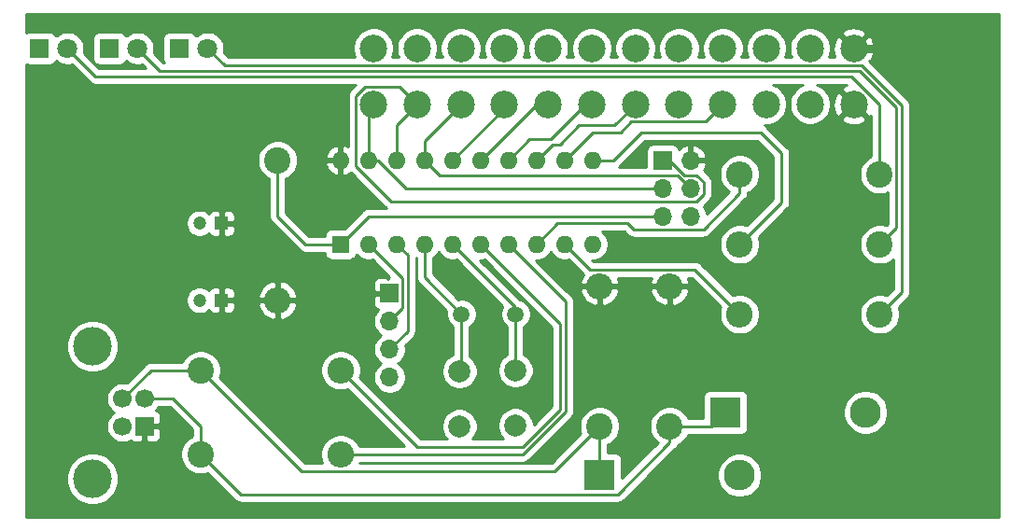
<source format=gbr>
%TF.GenerationSoftware,KiCad,Pcbnew,(5.1.6)-1*%
%TF.CreationDate,2020-07-03T01:35:13-04:00*%
%TF.ProjectId,controller,636f6e74-726f-46c6-9c65-722e6b696361,rev?*%
%TF.SameCoordinates,Original*%
%TF.FileFunction,Copper,L2,Bot*%
%TF.FilePolarity,Positive*%
%FSLAX46Y46*%
G04 Gerber Fmt 4.6, Leading zero omitted, Abs format (unit mm)*
G04 Created by KiCad (PCBNEW (5.1.6)-1) date 2020-07-03 01:35:13*
%MOMM*%
%LPD*%
G01*
G04 APERTURE LIST*
%TA.AperFunction,ComponentPad*%
%ADD10C,2.500000*%
%TD*%
%TA.AperFunction,ComponentPad*%
%ADD11O,2.800000X2.800000*%
%TD*%
%TA.AperFunction,ComponentPad*%
%ADD12R,2.800000X2.800000*%
%TD*%
%TA.AperFunction,ComponentPad*%
%ADD13C,1.500000*%
%TD*%
%TA.AperFunction,ComponentPad*%
%ADD14O,1.600000X1.600000*%
%TD*%
%TA.AperFunction,ComponentPad*%
%ADD15R,1.600000X1.600000*%
%TD*%
%TA.AperFunction,ComponentPad*%
%ADD16O,2.400000X2.400000*%
%TD*%
%TA.AperFunction,ComponentPad*%
%ADD17C,2.400000*%
%TD*%
%TA.AperFunction,ComponentPad*%
%ADD18R,1.700000X1.700000*%
%TD*%
%TA.AperFunction,ComponentPad*%
%ADD19O,1.700000X1.700000*%
%TD*%
%TA.AperFunction,ComponentPad*%
%ADD20C,3.500000*%
%TD*%
%TA.AperFunction,ComponentPad*%
%ADD21C,1.700000*%
%TD*%
%TA.AperFunction,ComponentPad*%
%ADD22R,1.800000X1.800000*%
%TD*%
%TA.AperFunction,ComponentPad*%
%ADD23C,1.800000*%
%TD*%
%TA.AperFunction,ComponentPad*%
%ADD24C,1.200000*%
%TD*%
%TA.AperFunction,ComponentPad*%
%ADD25R,1.200000X1.200000*%
%TD*%
%TA.AperFunction,ComponentPad*%
%ADD26C,2.000000*%
%TD*%
%TA.AperFunction,Conductor*%
%ADD27C,0.250000*%
%TD*%
%TA.AperFunction,Conductor*%
%ADD28C,0.750000*%
%TD*%
%TA.AperFunction,Conductor*%
%ADD29C,0.254000*%
%TD*%
G04 APERTURE END LIST*
D10*
%TO.P,J1,12*%
%TO.N,+5V*%
X165290000Y-71120000D03*
%TO.P,J1,13*%
X165290000Y-76200000D03*
%TO.P,J1,11*%
%TO.N,GND*%
X161330000Y-71120000D03*
%TO.P,J1,14*%
X161330000Y-76200000D03*
%TO.P,J1,10*%
%TO.N,Net-(J1-Pad10)*%
X157370000Y-71120000D03*
%TO.P,J1,15*%
%TO.N,Net-(J1-Pad15)*%
X157370000Y-76200000D03*
%TO.P,J1,9*%
%TO.N,Net-(J1-Pad9)*%
X153410000Y-71120000D03*
%TO.P,J1,16*%
%TO.N,Net-(J1-Pad16)*%
X153410000Y-76200000D03*
%TO.P,J1,8*%
%TO.N,Net-(J1-Pad8)*%
X149450000Y-71120000D03*
%TO.P,J1,17*%
%TO.N,Net-(J1-Pad17)*%
X149450000Y-76200000D03*
%TO.P,J1,7*%
%TO.N,Net-(J1-Pad7)*%
X145490000Y-71120000D03*
%TO.P,J1,18*%
%TO.N,Net-(J1-Pad18)*%
X145490000Y-76200000D03*
%TO.P,J1,6*%
%TO.N,Net-(J1-Pad6)*%
X141530000Y-71120000D03*
%TO.P,J1,19*%
%TO.N,Net-(J1-Pad19)*%
X141530000Y-76200000D03*
%TO.P,J1,5*%
%TO.N,Net-(J1-Pad5)*%
X137570000Y-71120000D03*
%TO.P,J1,20*%
%TO.N,Net-(J1-Pad20)*%
X137570000Y-76200000D03*
%TO.P,J1,4*%
%TO.N,Net-(J1-Pad4)*%
X133610000Y-71120000D03*
%TO.P,J1,21*%
%TO.N,Net-(J1-Pad21)*%
X133610000Y-76200000D03*
%TO.P,J1,3*%
%TO.N,Net-(J1-Pad3)*%
X129650000Y-71120000D03*
%TO.P,J1,22*%
%TO.N,Net-(J1-Pad22)*%
X129650000Y-76200000D03*
%TO.P,J1,2*%
%TO.N,Net-(J1-Pad2)*%
X125690000Y-71120000D03*
%TO.P,J1,23*%
%TO.N,Net-(J1-Pad23)*%
X125690000Y-76200000D03*
%TO.P,J1,1*%
%TO.N,Net-(J1-Pad1)*%
X121730000Y-71120000D03*
%TO.P,J1,24*%
%TO.N,Net-(J1-Pad24)*%
X121730000Y-76200000D03*
%TD*%
D11*
%TO.P,Z2,2*%
%TO.N,GND*%
X154940000Y-109855000D03*
D12*
%TO.P,Z2,1*%
%TO.N,Net-(J2-Pad3)*%
X142240000Y-109855000D03*
%TD*%
D11*
%TO.P,Z1,2*%
%TO.N,GND*%
X166370000Y-104140000D03*
D12*
%TO.P,Z1,1*%
%TO.N,Net-(J2-Pad2)*%
X153670000Y-104140000D03*
%TD*%
D13*
%TO.P,X1,2*%
%TO.N,Net-(C2-Pad1)*%
X129720000Y-95250000D03*
%TO.P,X1,1*%
%TO.N,Net-(C1-Pad1)*%
X134620000Y-95250000D03*
%TD*%
D14*
%TO.P,U1,20*%
%TO.N,+5V*%
X118745000Y-81280000D03*
%TO.P,U1,10*%
%TO.N,GND*%
X141605000Y-88900000D03*
%TO.P,U1,19*%
%TO.N,Net-(J1-Pad24)*%
X121285000Y-81280000D03*
%TO.P,U1,9*%
%TO.N,Net-(R8-Pad2)*%
X139065000Y-88900000D03*
%TO.P,U1,18*%
%TO.N,Net-(J1-Pad23)*%
X123825000Y-81280000D03*
%TO.P,U1,8*%
%TO.N,Net-(R9-Pad2)*%
X136525000Y-88900000D03*
%TO.P,U1,17*%
%TO.N,Net-(J1-Pad22)*%
X126365000Y-81280000D03*
%TO.P,U1,7*%
%TO.N,D-*%
X133985000Y-88900000D03*
%TO.P,U1,16*%
%TO.N,Net-(J1-Pad21)*%
X128905000Y-81280000D03*
%TO.P,U1,6*%
%TO.N,D+*%
X131445000Y-88900000D03*
%TO.P,U1,15*%
%TO.N,Net-(J1-Pad20)*%
X131445000Y-81280000D03*
%TO.P,U1,5*%
%TO.N,Net-(C1-Pad1)*%
X128905000Y-88900000D03*
%TO.P,U1,14*%
%TO.N,Net-(J1-Pad19)*%
X133985000Y-81280000D03*
%TO.P,U1,4*%
%TO.N,Net-(C2-Pad1)*%
X126365000Y-88900000D03*
%TO.P,U1,13*%
%TO.N,Net-(J1-Pad18)*%
X136525000Y-81280000D03*
%TO.P,U1,3*%
%TO.N,T2*%
X123825000Y-88900000D03*
%TO.P,U1,12*%
%TO.N,Net-(J1-Pad16)*%
X139065000Y-81280000D03*
%TO.P,U1,2*%
%TO.N,T1*%
X121285000Y-88900000D03*
%TO.P,U1,11*%
%TO.N,Net-(R6-Pad2)*%
X141605000Y-81280000D03*
D15*
%TO.P,U1,1*%
%TO.N,RST*%
X118745000Y-88900000D03*
%TD*%
D16*
%TO.P,R9,2*%
%TO.N,Net-(R9-Pad2)*%
X154940000Y-82550000D03*
D17*
%TO.P,R9,1*%
%TO.N,Net-(D3-Pad2)*%
X167640000Y-82550000D03*
%TD*%
D16*
%TO.P,R8,2*%
%TO.N,Net-(R8-Pad2)*%
X154940000Y-95250000D03*
D17*
%TO.P,R8,1*%
%TO.N,Net-(D2-Pad2)*%
X167640000Y-95250000D03*
%TD*%
D16*
%TO.P,R6,2*%
%TO.N,Net-(R6-Pad2)*%
X154940000Y-88900000D03*
D17*
%TO.P,R6,1*%
%TO.N,Net-(D1-Pad2)*%
X167640000Y-88900000D03*
%TD*%
D16*
%TO.P,R5,2*%
%TO.N,+5V*%
X142240000Y-92710000D03*
D17*
%TO.P,R5,1*%
%TO.N,Net-(J2-Pad3)*%
X142240000Y-105410000D03*
%TD*%
D16*
%TO.P,R4,2*%
%TO.N,+5V*%
X148590000Y-92710000D03*
D17*
%TO.P,R4,1*%
%TO.N,Net-(J2-Pad2)*%
X148590000Y-105410000D03*
%TD*%
D16*
%TO.P,R3,2*%
%TO.N,D-*%
X118745000Y-107950000D03*
D17*
%TO.P,R3,1*%
%TO.N,Net-(J2-Pad2)*%
X106045000Y-107950000D03*
%TD*%
D16*
%TO.P,R2,2*%
%TO.N,D+*%
X118745000Y-100330000D03*
D17*
%TO.P,R2,1*%
%TO.N,Net-(J2-Pad3)*%
X106045000Y-100330000D03*
%TD*%
D16*
%TO.P,R1,2*%
%TO.N,+5V*%
X113030000Y-93980000D03*
D17*
%TO.P,R1,1*%
%TO.N,RST*%
X113030000Y-81280000D03*
%TD*%
D18*
%TO.P,J4,1*%
%TO.N,+5V*%
X123190000Y-93345000D03*
D19*
%TO.P,J4,2*%
%TO.N,T1*%
X123190000Y-95885000D03*
%TO.P,J4,3*%
%TO.N,T2*%
X123190000Y-98425000D03*
%TO.P,J4,4*%
%TO.N,GND*%
X123190000Y-100965000D03*
%TD*%
%TO.P,J3,6*%
%TO.N,GND*%
X150495000Y-86360000D03*
%TO.P,J3,5*%
%TO.N,RST*%
X147955000Y-86360000D03*
%TO.P,J3,4*%
%TO.N,Net-(J1-Pad22)*%
X150495000Y-83820000D03*
%TO.P,J3,3*%
%TO.N,Net-(J1-Pad24)*%
X147955000Y-83820000D03*
%TO.P,J3,2*%
%TO.N,+5V*%
X150495000Y-81280000D03*
D18*
%TO.P,J3,1*%
%TO.N,Net-(J1-Pad23)*%
X147955000Y-81280000D03*
%TD*%
D20*
%TO.P,J2,5*%
%TO.N,GND*%
X96255000Y-98140000D03*
X96255000Y-110180000D03*
D21*
%TO.P,J2,4*%
X98965000Y-105410000D03*
%TO.P,J2,3*%
%TO.N,Net-(J2-Pad3)*%
X98965000Y-102910000D03*
%TO.P,J2,2*%
%TO.N,Net-(J2-Pad2)*%
X100965000Y-102910000D03*
D18*
%TO.P,J2,1*%
%TO.N,+5V*%
X100965000Y-105410000D03*
%TD*%
D22*
%TO.P,D3,1*%
%TO.N,GND*%
X91440000Y-71120000D03*
D23*
%TO.P,D3,2*%
%TO.N,Net-(D3-Pad2)*%
X93980000Y-71120000D03*
%TD*%
D22*
%TO.P,D2,1*%
%TO.N,GND*%
X104140000Y-71120000D03*
D23*
%TO.P,D2,2*%
%TO.N,Net-(D2-Pad2)*%
X106680000Y-71120000D03*
%TD*%
D22*
%TO.P,D1,1*%
%TO.N,GND*%
X97790000Y-71120000D03*
D23*
%TO.P,D1,2*%
%TO.N,Net-(D1-Pad2)*%
X100330000Y-71120000D03*
%TD*%
D24*
%TO.P,C4,2*%
%TO.N,GND*%
X105950000Y-86995000D03*
D25*
%TO.P,C4,1*%
%TO.N,+5V*%
X107950000Y-86995000D03*
%TD*%
D24*
%TO.P,C3,2*%
%TO.N,GND*%
X105950000Y-93980000D03*
D25*
%TO.P,C3,1*%
%TO.N,+5V*%
X107950000Y-93980000D03*
%TD*%
D26*
%TO.P,C2,2*%
%TO.N,GND*%
X129540000Y-105410000D03*
%TO.P,C2,1*%
%TO.N,Net-(C2-Pad1)*%
X129540000Y-100410000D03*
%TD*%
%TO.P,C1,2*%
%TO.N,GND*%
X134620000Y-105330000D03*
%TO.P,C1,1*%
%TO.N,Net-(C1-Pad1)*%
X134620000Y-100330000D03*
%TD*%
D27*
%TO.N,Net-(C1-Pad1)*%
X134620000Y-94615000D02*
X134620000Y-95250000D01*
X128905000Y-88900000D02*
X134620000Y-94615000D01*
X134620000Y-95250000D02*
X134620000Y-100330000D01*
%TO.N,Net-(C2-Pad1)*%
X126365000Y-91895000D02*
X129720000Y-95250000D01*
X126365000Y-88900000D02*
X126365000Y-91895000D01*
X129720000Y-100230000D02*
X129540000Y-100410000D01*
X129720000Y-95250000D02*
X129720000Y-100230000D01*
D28*
%TO.N,+5V*%
X165290000Y-71120000D02*
X167640000Y-71120000D01*
D27*
%TO.N,Net-(D1-Pad2)*%
X169165001Y-76455001D02*
X165855011Y-73145011D01*
X167640000Y-88900000D02*
X169165001Y-87374999D01*
X169165001Y-87374999D02*
X169165001Y-76455001D01*
X102355011Y-73145011D02*
X100330000Y-71120000D01*
X165855011Y-73145011D02*
X102355011Y-73145011D01*
%TO.N,Net-(D2-Pad2)*%
X169615010Y-76268600D02*
X166041411Y-72695001D01*
X169615010Y-93274990D02*
X169615010Y-76268600D01*
X167640000Y-95250000D02*
X169615010Y-93274990D01*
X108255001Y-72695001D02*
X106680000Y-71120000D01*
X166041411Y-72695001D02*
X108255001Y-72695001D01*
%TO.N,Net-(D3-Pad2)*%
X167640000Y-76218998D02*
X165081002Y-73660000D01*
X167640000Y-82550000D02*
X167640000Y-76218998D01*
X96520000Y-73660000D02*
X93980000Y-71120000D01*
X165081002Y-73660000D02*
X96520000Y-73660000D01*
%TO.N,Net-(J1-Pad16)*%
X151834999Y-77775001D02*
X145109999Y-77775001D01*
X153410000Y-76200000D02*
X151834999Y-77775001D01*
X145109999Y-77775001D02*
X144145000Y-78740000D01*
X141605000Y-78740000D02*
X139065000Y-81280000D01*
X144145000Y-78740000D02*
X141605000Y-78740000D01*
%TO.N,Net-(J1-Pad18)*%
X137979991Y-79825009D02*
X138614991Y-79825009D01*
X136525000Y-81280000D02*
X137979991Y-79825009D01*
X138614991Y-79825009D02*
X140335000Y-78105000D01*
X143585000Y-78105000D02*
X145490000Y-76200000D01*
X140335000Y-78105000D02*
X143585000Y-78105000D01*
%TO.N,Net-(J1-Pad19)*%
X140970000Y-76200000D02*
X141530000Y-76200000D01*
X137795000Y-79375000D02*
X140970000Y-76200000D01*
X133985000Y-81280000D02*
X135890000Y-79375000D01*
X135890000Y-79375000D02*
X137795000Y-79375000D01*
%TO.N,Net-(J1-Pad20)*%
X136525000Y-76200000D02*
X137570000Y-76200000D01*
X131445000Y-81280000D02*
X136525000Y-76200000D01*
%TO.N,Net-(J1-Pad21)*%
X133610000Y-76575000D02*
X133610000Y-76200000D01*
X128905000Y-81280000D02*
X133610000Y-76575000D01*
%TO.N,Net-(J1-Pad22)*%
X126365000Y-79485000D02*
X129650000Y-76200000D01*
X126365000Y-81280000D02*
X126365000Y-79485000D01*
X127729999Y-82644999D02*
X126365000Y-81280000D01*
X149319999Y-82644999D02*
X127729999Y-82644999D01*
X150495000Y-83820000D02*
X149319999Y-82644999D01*
%TO.N,Net-(J1-Pad23)*%
X120973999Y-74624999D02*
X124114999Y-74624999D01*
X124114999Y-74624999D02*
X125690000Y-76200000D01*
X120154999Y-75443999D02*
X120973999Y-74624999D01*
X120154999Y-81815001D02*
X120154999Y-75443999D01*
X123334999Y-84995001D02*
X120154999Y-81815001D01*
X151059001Y-84995001D02*
X123334999Y-84995001D01*
X151670001Y-84384001D02*
X151059001Y-84995001D01*
X151670001Y-83255999D02*
X151670001Y-84384001D01*
X151059001Y-82644999D02*
X151670001Y-83255999D01*
X149956409Y-82644999D02*
X151059001Y-82644999D01*
X148591410Y-81280000D02*
X149956409Y-82644999D01*
X147955000Y-81280000D02*
X148591410Y-81280000D01*
X125690000Y-76200000D02*
X123825000Y-78065000D01*
X123825000Y-78065000D02*
X123825000Y-81280000D01*
%TO.N,Net-(J1-Pad24)*%
X121285000Y-76645000D02*
X121730000Y-76200000D01*
X121285000Y-81280000D02*
X121285000Y-76645000D01*
X122159998Y-81280000D02*
X121285000Y-81280000D01*
X124699998Y-83820000D02*
X122159998Y-81280000D01*
X147955000Y-83820000D02*
X124699998Y-83820000D01*
%TO.N,Net-(J2-Pad3)*%
X101545000Y-100330000D02*
X106045000Y-100330000D01*
X98965000Y-102910000D02*
X101545000Y-100330000D01*
X138174999Y-109475001D02*
X142240000Y-105410000D01*
X115190001Y-109475001D02*
X138174999Y-109475001D01*
X106045000Y-100330000D02*
X115190001Y-109475001D01*
X142240000Y-105410000D02*
X142240000Y-109855000D01*
%TO.N,Net-(J2-Pad2)*%
X100965000Y-102910000D02*
X103545000Y-102910000D01*
X106045000Y-105410000D02*
X106045000Y-107950000D01*
X103545000Y-102910000D02*
X106045000Y-105410000D01*
X109675001Y-111580001D02*
X143900001Y-111580001D01*
X148590000Y-106890002D02*
X148590000Y-105410000D01*
X143900001Y-111580001D02*
X148590000Y-106890002D01*
X106045000Y-107950000D02*
X109675001Y-111580001D01*
X152400000Y-105410000D02*
X153670000Y-104140000D01*
X148590000Y-105410000D02*
X152400000Y-105410000D01*
%TO.N,RST*%
X121285000Y-86360000D02*
X118745000Y-88900000D01*
X147955000Y-86360000D02*
X121285000Y-86360000D01*
X113030000Y-81280000D02*
X113030000Y-86360000D01*
X115570000Y-88900000D02*
X118745000Y-88900000D01*
X113030000Y-86360000D02*
X115570000Y-88900000D01*
%TO.N,T2*%
X124815010Y-89890010D02*
X123825000Y-88900000D01*
X124815010Y-96799990D02*
X124815010Y-89890010D01*
X123190000Y-98425000D02*
X124815010Y-96799990D01*
%TO.N,T1*%
X124365001Y-91980001D02*
X121285000Y-88900000D01*
X124365001Y-94709999D02*
X124365001Y-91980001D01*
X123190000Y-95885000D02*
X124365001Y-94709999D01*
%TO.N,D+*%
X118745000Y-100330000D02*
X125730000Y-107315000D01*
X125730000Y-107315000D02*
X135255000Y-107315000D01*
X138685001Y-96140001D02*
X131445000Y-88900000D01*
X138685001Y-103884999D02*
X138685001Y-96140001D01*
X135255000Y-107315000D02*
X138685001Y-103884999D01*
%TO.N,D-*%
X139135011Y-94050011D02*
X133985000Y-88900000D01*
X135256410Y-107950000D02*
X139135011Y-104071399D01*
X139135011Y-104071399D02*
X139135011Y-94050011D01*
X118745000Y-107950000D02*
X135256410Y-107950000D01*
%TO.N,Net-(R6-Pad2)*%
X158750000Y-85090000D02*
X158750000Y-80645000D01*
X143510000Y-81280000D02*
X141605000Y-81280000D01*
X146050000Y-78740000D02*
X143510000Y-81280000D01*
X154940000Y-88900000D02*
X158750000Y-85090000D01*
X158750000Y-80645000D02*
X156845000Y-78740000D01*
X156845000Y-78740000D02*
X146050000Y-78740000D01*
%TO.N,Net-(R8-Pad2)*%
X141349999Y-91184999D02*
X139065000Y-88900000D01*
X150874999Y-91184999D02*
X141349999Y-91184999D01*
X154940000Y-95250000D02*
X150874999Y-91184999D01*
%TO.N,Net-(R9-Pad2)*%
X151652055Y-87535001D02*
X145320001Y-87535001D01*
X154940000Y-82550000D02*
X154940000Y-84247056D01*
X154940000Y-84247056D02*
X151652055Y-87535001D01*
X145320001Y-87535001D02*
X144780000Y-86995000D01*
X138430000Y-86995000D02*
X136525000Y-88900000D01*
X144780000Y-86995000D02*
X138430000Y-86995000D01*
%TD*%
D29*
%TO.N,+5V*%
G36*
X178410000Y-113640000D02*
G01*
X90195000Y-113640000D01*
X90195000Y-109945098D01*
X93870000Y-109945098D01*
X93870000Y-110414902D01*
X93961654Y-110875679D01*
X94141440Y-111309721D01*
X94402450Y-111700349D01*
X94734651Y-112032550D01*
X95125279Y-112293560D01*
X95559321Y-112473346D01*
X96020098Y-112565000D01*
X96489902Y-112565000D01*
X96950679Y-112473346D01*
X97384721Y-112293560D01*
X97775349Y-112032550D01*
X98107550Y-111700349D01*
X98368560Y-111309721D01*
X98548346Y-110875679D01*
X98640000Y-110414902D01*
X98640000Y-109945098D01*
X98548346Y-109484321D01*
X98368560Y-109050279D01*
X98107550Y-108659651D01*
X97775349Y-108327450D01*
X97384721Y-108066440D01*
X96950679Y-107886654D01*
X96489902Y-107795000D01*
X96020098Y-107795000D01*
X95559321Y-107886654D01*
X95125279Y-108066440D01*
X94734651Y-108327450D01*
X94402450Y-108659651D01*
X94141440Y-109050279D01*
X93961654Y-109484321D01*
X93870000Y-109945098D01*
X90195000Y-109945098D01*
X90195000Y-97905098D01*
X93870000Y-97905098D01*
X93870000Y-98374902D01*
X93961654Y-98835679D01*
X94141440Y-99269721D01*
X94402450Y-99660349D01*
X94734651Y-99992550D01*
X95125279Y-100253560D01*
X95559321Y-100433346D01*
X96020098Y-100525000D01*
X96489902Y-100525000D01*
X96950679Y-100433346D01*
X97384721Y-100253560D01*
X97775349Y-99992550D01*
X98107550Y-99660349D01*
X98368560Y-99269721D01*
X98548346Y-98835679D01*
X98640000Y-98374902D01*
X98640000Y-97905098D01*
X98548346Y-97444321D01*
X98368560Y-97010279D01*
X98107550Y-96619651D01*
X97775349Y-96287450D01*
X97384721Y-96026440D01*
X96950679Y-95846654D01*
X96489902Y-95755000D01*
X96020098Y-95755000D01*
X95559321Y-95846654D01*
X95125279Y-96026440D01*
X94734651Y-96287450D01*
X94402450Y-96619651D01*
X94141440Y-97010279D01*
X93961654Y-97444321D01*
X93870000Y-97905098D01*
X90195000Y-97905098D01*
X90195000Y-93858363D01*
X104715000Y-93858363D01*
X104715000Y-94101637D01*
X104762460Y-94340236D01*
X104855557Y-94564992D01*
X104990713Y-94767267D01*
X105162733Y-94939287D01*
X105365008Y-95074443D01*
X105589764Y-95167540D01*
X105828363Y-95215000D01*
X106071637Y-95215000D01*
X106310236Y-95167540D01*
X106534992Y-95074443D01*
X106737267Y-94939287D01*
X106792501Y-94884053D01*
X106819463Y-94934494D01*
X106898815Y-95031185D01*
X106995506Y-95110537D01*
X107105820Y-95169502D01*
X107225518Y-95205812D01*
X107350000Y-95218072D01*
X107664250Y-95215000D01*
X107823000Y-95056250D01*
X107823000Y-94107000D01*
X108077000Y-94107000D01*
X108077000Y-95056250D01*
X108235750Y-95215000D01*
X108550000Y-95218072D01*
X108674482Y-95205812D01*
X108794180Y-95169502D01*
X108904494Y-95110537D01*
X109001185Y-95031185D01*
X109080537Y-94934494D01*
X109139502Y-94824180D01*
X109175812Y-94704482D01*
X109188072Y-94580000D01*
X109186233Y-94391806D01*
X111241801Y-94391806D01*
X111356500Y-94732754D01*
X111535511Y-95044774D01*
X111771954Y-95315875D01*
X112056743Y-95535639D01*
X112378934Y-95695621D01*
X112618195Y-95768195D01*
X112903000Y-95651432D01*
X112903000Y-94107000D01*
X113157000Y-94107000D01*
X113157000Y-95651432D01*
X113441805Y-95768195D01*
X113681066Y-95695621D01*
X114003257Y-95535639D01*
X114288046Y-95315875D01*
X114524489Y-95044774D01*
X114703500Y-94732754D01*
X114818199Y-94391806D01*
X114701854Y-94107000D01*
X113157000Y-94107000D01*
X112903000Y-94107000D01*
X111358146Y-94107000D01*
X111241801Y-94391806D01*
X109186233Y-94391806D01*
X109185000Y-94265750D01*
X109026250Y-94107000D01*
X108077000Y-94107000D01*
X107823000Y-94107000D01*
X107803000Y-94107000D01*
X107803000Y-93853000D01*
X107823000Y-93853000D01*
X107823000Y-92903750D01*
X108077000Y-92903750D01*
X108077000Y-93853000D01*
X109026250Y-93853000D01*
X109185000Y-93694250D01*
X109186232Y-93568194D01*
X111241801Y-93568194D01*
X111358146Y-93853000D01*
X112903000Y-93853000D01*
X112903000Y-92308568D01*
X113157000Y-92308568D01*
X113157000Y-93853000D01*
X114701854Y-93853000D01*
X114818199Y-93568194D01*
X114703500Y-93227246D01*
X114524489Y-92915226D01*
X114288046Y-92644125D01*
X114003257Y-92424361D01*
X113681066Y-92264379D01*
X113441805Y-92191805D01*
X113157000Y-92308568D01*
X112903000Y-92308568D01*
X112618195Y-92191805D01*
X112378934Y-92264379D01*
X112056743Y-92424361D01*
X111771954Y-92644125D01*
X111535511Y-92915226D01*
X111356500Y-93227246D01*
X111241801Y-93568194D01*
X109186232Y-93568194D01*
X109188072Y-93380000D01*
X109175812Y-93255518D01*
X109139502Y-93135820D01*
X109080537Y-93025506D01*
X109001185Y-92928815D01*
X108904494Y-92849463D01*
X108794180Y-92790498D01*
X108674482Y-92754188D01*
X108550000Y-92741928D01*
X108235750Y-92745000D01*
X108077000Y-92903750D01*
X107823000Y-92903750D01*
X107664250Y-92745000D01*
X107350000Y-92741928D01*
X107225518Y-92754188D01*
X107105820Y-92790498D01*
X106995506Y-92849463D01*
X106898815Y-92928815D01*
X106819463Y-93025506D01*
X106792501Y-93075947D01*
X106737267Y-93020713D01*
X106534992Y-92885557D01*
X106310236Y-92792460D01*
X106071637Y-92745000D01*
X105828363Y-92745000D01*
X105589764Y-92792460D01*
X105365008Y-92885557D01*
X105162733Y-93020713D01*
X104990713Y-93192733D01*
X104855557Y-93395008D01*
X104762460Y-93619764D01*
X104715000Y-93858363D01*
X90195000Y-93858363D01*
X90195000Y-86873363D01*
X104715000Y-86873363D01*
X104715000Y-87116637D01*
X104762460Y-87355236D01*
X104855557Y-87579992D01*
X104990713Y-87782267D01*
X105162733Y-87954287D01*
X105365008Y-88089443D01*
X105589764Y-88182540D01*
X105828363Y-88230000D01*
X106071637Y-88230000D01*
X106310236Y-88182540D01*
X106534992Y-88089443D01*
X106737267Y-87954287D01*
X106792501Y-87899053D01*
X106819463Y-87949494D01*
X106898815Y-88046185D01*
X106995506Y-88125537D01*
X107105820Y-88184502D01*
X107225518Y-88220812D01*
X107350000Y-88233072D01*
X107664250Y-88230000D01*
X107823000Y-88071250D01*
X107823000Y-87122000D01*
X108077000Y-87122000D01*
X108077000Y-88071250D01*
X108235750Y-88230000D01*
X108550000Y-88233072D01*
X108674482Y-88220812D01*
X108794180Y-88184502D01*
X108904494Y-88125537D01*
X109001185Y-88046185D01*
X109080537Y-87949494D01*
X109139502Y-87839180D01*
X109175812Y-87719482D01*
X109188072Y-87595000D01*
X109185000Y-87280750D01*
X109026250Y-87122000D01*
X108077000Y-87122000D01*
X107823000Y-87122000D01*
X107803000Y-87122000D01*
X107803000Y-86868000D01*
X107823000Y-86868000D01*
X107823000Y-85918750D01*
X108077000Y-85918750D01*
X108077000Y-86868000D01*
X109026250Y-86868000D01*
X109185000Y-86709250D01*
X109188072Y-86395000D01*
X109175812Y-86270518D01*
X109139502Y-86150820D01*
X109080537Y-86040506D01*
X109001185Y-85943815D01*
X108904494Y-85864463D01*
X108794180Y-85805498D01*
X108674482Y-85769188D01*
X108550000Y-85756928D01*
X108235750Y-85760000D01*
X108077000Y-85918750D01*
X107823000Y-85918750D01*
X107664250Y-85760000D01*
X107350000Y-85756928D01*
X107225518Y-85769188D01*
X107105820Y-85805498D01*
X106995506Y-85864463D01*
X106898815Y-85943815D01*
X106819463Y-86040506D01*
X106792501Y-86090947D01*
X106737267Y-86035713D01*
X106534992Y-85900557D01*
X106310236Y-85807460D01*
X106071637Y-85760000D01*
X105828363Y-85760000D01*
X105589764Y-85807460D01*
X105365008Y-85900557D01*
X105162733Y-86035713D01*
X104990713Y-86207733D01*
X104855557Y-86410008D01*
X104762460Y-86634764D01*
X104715000Y-86873363D01*
X90195000Y-86873363D01*
X90195000Y-72555612D01*
X90295820Y-72609502D01*
X90415518Y-72645812D01*
X90540000Y-72658072D01*
X92340000Y-72658072D01*
X92464482Y-72645812D01*
X92584180Y-72609502D01*
X92694494Y-72550537D01*
X92791185Y-72471185D01*
X92870537Y-72374494D01*
X92929502Y-72264180D01*
X92935056Y-72245873D01*
X93001495Y-72312312D01*
X93252905Y-72480299D01*
X93532257Y-72596011D01*
X93828816Y-72655000D01*
X94131184Y-72655000D01*
X94388930Y-72603731D01*
X95956205Y-74171008D01*
X95979999Y-74200001D01*
X96008992Y-74223795D01*
X96008996Y-74223799D01*
X96079685Y-74281811D01*
X96095724Y-74294974D01*
X96227753Y-74365546D01*
X96371014Y-74409003D01*
X96482667Y-74420000D01*
X96482676Y-74420000D01*
X96519999Y-74423676D01*
X96557322Y-74420000D01*
X120104196Y-74420000D01*
X119643997Y-74880200D01*
X119614999Y-74903998D01*
X119591201Y-74932996D01*
X119591200Y-74932997D01*
X119520025Y-75019723D01*
X119449453Y-75151753D01*
X119405997Y-75295014D01*
X119391323Y-75443999D01*
X119395000Y-75481331D01*
X119394999Y-80007644D01*
X119228087Y-79928754D01*
X119094039Y-79888096D01*
X118872000Y-80010085D01*
X118872000Y-81153000D01*
X118892000Y-81153000D01*
X118892000Y-81407000D01*
X118872000Y-81407000D01*
X118872000Y-82549915D01*
X119094039Y-82671904D01*
X119228087Y-82631246D01*
X119482420Y-82511037D01*
X119651157Y-82385960D01*
X122771200Y-85506004D01*
X122794998Y-85535002D01*
X122823996Y-85558800D01*
X122874198Y-85600000D01*
X121322322Y-85600000D01*
X121284999Y-85596324D01*
X121247676Y-85600000D01*
X121247667Y-85600000D01*
X121136014Y-85610997D01*
X120992753Y-85654454D01*
X120860724Y-85725026D01*
X120860722Y-85725027D01*
X120860723Y-85725027D01*
X120773996Y-85796201D01*
X120773992Y-85796205D01*
X120744999Y-85819999D01*
X120721205Y-85848992D01*
X119108270Y-87461928D01*
X117945000Y-87461928D01*
X117820518Y-87474188D01*
X117700820Y-87510498D01*
X117590506Y-87569463D01*
X117493815Y-87648815D01*
X117414463Y-87745506D01*
X117355498Y-87855820D01*
X117319188Y-87975518D01*
X117306928Y-88100000D01*
X117306928Y-88140000D01*
X115884803Y-88140000D01*
X113790000Y-86045199D01*
X113790000Y-82951388D01*
X113899199Y-82906156D01*
X114199744Y-82705338D01*
X114455338Y-82449744D01*
X114656156Y-82149199D01*
X114794482Y-81815250D01*
X114831521Y-81629040D01*
X117353091Y-81629040D01*
X117447930Y-81893881D01*
X117592615Y-82135131D01*
X117781586Y-82343519D01*
X118007580Y-82511037D01*
X118261913Y-82631246D01*
X118395961Y-82671904D01*
X118618000Y-82549915D01*
X118618000Y-81407000D01*
X117474376Y-81407000D01*
X117353091Y-81629040D01*
X114831521Y-81629040D01*
X114865000Y-81460732D01*
X114865000Y-81099268D01*
X114831522Y-80930960D01*
X117353091Y-80930960D01*
X117474376Y-81153000D01*
X118618000Y-81153000D01*
X118618000Y-80010085D01*
X118395961Y-79888096D01*
X118261913Y-79928754D01*
X118007580Y-80048963D01*
X117781586Y-80216481D01*
X117592615Y-80424869D01*
X117447930Y-80666119D01*
X117353091Y-80930960D01*
X114831522Y-80930960D01*
X114794482Y-80744750D01*
X114656156Y-80410801D01*
X114455338Y-80110256D01*
X114199744Y-79854662D01*
X113899199Y-79653844D01*
X113565250Y-79515518D01*
X113210732Y-79445000D01*
X112849268Y-79445000D01*
X112494750Y-79515518D01*
X112160801Y-79653844D01*
X111860256Y-79854662D01*
X111604662Y-80110256D01*
X111403844Y-80410801D01*
X111265518Y-80744750D01*
X111195000Y-81099268D01*
X111195000Y-81460732D01*
X111265518Y-81815250D01*
X111403844Y-82149199D01*
X111604662Y-82449744D01*
X111860256Y-82705338D01*
X112160801Y-82906156D01*
X112270000Y-82951388D01*
X112270001Y-86322668D01*
X112266324Y-86360000D01*
X112270001Y-86397333D01*
X112280998Y-86508986D01*
X112294180Y-86552442D01*
X112324454Y-86652246D01*
X112395026Y-86784276D01*
X112463737Y-86868000D01*
X112490000Y-86900001D01*
X112518998Y-86923799D01*
X115006205Y-89411008D01*
X115029999Y-89440001D01*
X115058992Y-89463795D01*
X115058996Y-89463799D01*
X115129685Y-89521811D01*
X115145724Y-89534974D01*
X115277753Y-89605546D01*
X115421014Y-89649003D01*
X115532667Y-89660000D01*
X115532676Y-89660000D01*
X115569999Y-89663676D01*
X115607322Y-89660000D01*
X117306928Y-89660000D01*
X117306928Y-89700000D01*
X117319188Y-89824482D01*
X117355498Y-89944180D01*
X117414463Y-90054494D01*
X117493815Y-90151185D01*
X117590506Y-90230537D01*
X117700820Y-90289502D01*
X117820518Y-90325812D01*
X117945000Y-90338072D01*
X119545000Y-90338072D01*
X119669482Y-90325812D01*
X119789180Y-90289502D01*
X119899494Y-90230537D01*
X119996185Y-90151185D01*
X120075537Y-90054494D01*
X120134502Y-89944180D01*
X120170812Y-89824482D01*
X120171643Y-89816039D01*
X120370241Y-90014637D01*
X120605273Y-90171680D01*
X120866426Y-90279853D01*
X121143665Y-90335000D01*
X121426335Y-90335000D01*
X121608886Y-90298688D01*
X123170198Y-91860000D01*
X123062998Y-91860000D01*
X123062998Y-92018748D01*
X122904250Y-91860000D01*
X122340000Y-91856928D01*
X122215518Y-91869188D01*
X122095820Y-91905498D01*
X121985506Y-91964463D01*
X121888815Y-92043815D01*
X121809463Y-92140506D01*
X121750498Y-92250820D01*
X121714188Y-92370518D01*
X121701928Y-92495000D01*
X121705000Y-93059250D01*
X121863750Y-93218000D01*
X123063000Y-93218000D01*
X123063000Y-93198000D01*
X123317000Y-93198000D01*
X123317000Y-93218000D01*
X123337000Y-93218000D01*
X123337000Y-93472000D01*
X123317000Y-93472000D01*
X123317000Y-93492000D01*
X123063000Y-93492000D01*
X123063000Y-93472000D01*
X121863750Y-93472000D01*
X121705000Y-93630750D01*
X121701928Y-94195000D01*
X121714188Y-94319482D01*
X121750498Y-94439180D01*
X121809463Y-94549494D01*
X121888815Y-94646185D01*
X121985506Y-94725537D01*
X122095820Y-94784502D01*
X122168380Y-94806513D01*
X122036525Y-94938368D01*
X121874010Y-95181589D01*
X121762068Y-95451842D01*
X121705000Y-95738740D01*
X121705000Y-96031260D01*
X121762068Y-96318158D01*
X121874010Y-96588411D01*
X122036525Y-96831632D01*
X122243368Y-97038475D01*
X122417760Y-97155000D01*
X122243368Y-97271525D01*
X122036525Y-97478368D01*
X121874010Y-97721589D01*
X121762068Y-97991842D01*
X121705000Y-98278740D01*
X121705000Y-98571260D01*
X121762068Y-98858158D01*
X121874010Y-99128411D01*
X122036525Y-99371632D01*
X122243368Y-99578475D01*
X122417760Y-99695000D01*
X122243368Y-99811525D01*
X122036525Y-100018368D01*
X121874010Y-100261589D01*
X121762068Y-100531842D01*
X121705000Y-100818740D01*
X121705000Y-101111260D01*
X121762068Y-101398158D01*
X121874010Y-101668411D01*
X122036525Y-101911632D01*
X122243368Y-102118475D01*
X122486589Y-102280990D01*
X122756842Y-102392932D01*
X123043740Y-102450000D01*
X123336260Y-102450000D01*
X123623158Y-102392932D01*
X123893411Y-102280990D01*
X124136632Y-102118475D01*
X124343475Y-101911632D01*
X124505990Y-101668411D01*
X124617932Y-101398158D01*
X124675000Y-101111260D01*
X124675000Y-100818740D01*
X124617932Y-100531842D01*
X124505990Y-100261589D01*
X124343475Y-100018368D01*
X124136632Y-99811525D01*
X123962240Y-99695000D01*
X124136632Y-99578475D01*
X124343475Y-99371632D01*
X124505990Y-99128411D01*
X124617932Y-98858158D01*
X124675000Y-98571260D01*
X124675000Y-98278740D01*
X124631210Y-98058592D01*
X125326014Y-97363788D01*
X125355011Y-97339991D01*
X125449984Y-97224266D01*
X125520556Y-97092237D01*
X125564013Y-96948976D01*
X125575010Y-96837323D01*
X125575010Y-96837314D01*
X125578686Y-96799991D01*
X125575010Y-96762668D01*
X125575010Y-90098005D01*
X125605000Y-90118044D01*
X125605001Y-91857668D01*
X125601324Y-91895000D01*
X125605001Y-91932333D01*
X125613513Y-92018750D01*
X125615998Y-92043985D01*
X125659454Y-92187246D01*
X125730026Y-92319276D01*
X125801201Y-92406002D01*
X125825000Y-92435001D01*
X125853998Y-92458799D01*
X128363833Y-94968635D01*
X128335000Y-95113589D01*
X128335000Y-95386411D01*
X128388225Y-95653989D01*
X128492629Y-95906043D01*
X128644201Y-96132886D01*
X128837114Y-96325799D01*
X128960000Y-96407909D01*
X128960001Y-98880532D01*
X128765537Y-98961082D01*
X128497748Y-99140013D01*
X128270013Y-99367748D01*
X128091082Y-99635537D01*
X127967832Y-99933088D01*
X127905000Y-100248967D01*
X127905000Y-100571033D01*
X127967832Y-100886912D01*
X128091082Y-101184463D01*
X128270013Y-101452252D01*
X128497748Y-101679987D01*
X128765537Y-101858918D01*
X129063088Y-101982168D01*
X129378967Y-102045000D01*
X129701033Y-102045000D01*
X130016912Y-101982168D01*
X130314463Y-101858918D01*
X130582252Y-101679987D01*
X130809987Y-101452252D01*
X130988918Y-101184463D01*
X131112168Y-100886912D01*
X131175000Y-100571033D01*
X131175000Y-100248967D01*
X131112168Y-99933088D01*
X130988918Y-99635537D01*
X130809987Y-99367748D01*
X130582252Y-99140013D01*
X130480000Y-99071690D01*
X130480000Y-96407909D01*
X130602886Y-96325799D01*
X130795799Y-96132886D01*
X130947371Y-95906043D01*
X131051775Y-95653989D01*
X131105000Y-95386411D01*
X131105000Y-95113589D01*
X131051775Y-94846011D01*
X130947371Y-94593957D01*
X130795799Y-94367114D01*
X130602886Y-94174201D01*
X130376043Y-94022629D01*
X130123989Y-93918225D01*
X129856411Y-93865000D01*
X129583589Y-93865000D01*
X129438635Y-93893833D01*
X127125000Y-91580199D01*
X127125000Y-90118043D01*
X127279759Y-90014637D01*
X127479637Y-89814759D01*
X127635000Y-89582241D01*
X127790363Y-89814759D01*
X127990241Y-90014637D01*
X128225273Y-90171680D01*
X128486426Y-90279853D01*
X128763665Y-90335000D01*
X129046335Y-90335000D01*
X129228887Y-90298688D01*
X133445311Y-94515113D01*
X133392629Y-94593957D01*
X133288225Y-94846011D01*
X133235000Y-95113589D01*
X133235000Y-95386411D01*
X133288225Y-95653989D01*
X133392629Y-95906043D01*
X133544201Y-96132886D01*
X133737114Y-96325799D01*
X133860000Y-96407909D01*
X133860001Y-98875091D01*
X133845537Y-98881082D01*
X133577748Y-99060013D01*
X133350013Y-99287748D01*
X133171082Y-99555537D01*
X133047832Y-99853088D01*
X132985000Y-100168967D01*
X132985000Y-100491033D01*
X133047832Y-100806912D01*
X133171082Y-101104463D01*
X133350013Y-101372252D01*
X133577748Y-101599987D01*
X133845537Y-101778918D01*
X134143088Y-101902168D01*
X134458967Y-101965000D01*
X134781033Y-101965000D01*
X135096912Y-101902168D01*
X135394463Y-101778918D01*
X135662252Y-101599987D01*
X135889987Y-101372252D01*
X136068918Y-101104463D01*
X136192168Y-100806912D01*
X136255000Y-100491033D01*
X136255000Y-100168967D01*
X136192168Y-99853088D01*
X136068918Y-99555537D01*
X135889987Y-99287748D01*
X135662252Y-99060013D01*
X135394463Y-98881082D01*
X135380000Y-98875091D01*
X135380000Y-96407909D01*
X135502886Y-96325799D01*
X135695799Y-96132886D01*
X135847371Y-95906043D01*
X135951775Y-95653989D01*
X136005000Y-95386411D01*
X136005000Y-95113589D01*
X135951775Y-94846011D01*
X135847371Y-94593957D01*
X135695799Y-94367114D01*
X135502886Y-94174201D01*
X135276043Y-94022629D01*
X135023989Y-93918225D01*
X134991580Y-93911778D01*
X131414801Y-90335000D01*
X131586335Y-90335000D01*
X131768887Y-90298688D01*
X137925002Y-96454804D01*
X137925001Y-103570197D01*
X136255000Y-105240199D01*
X136255000Y-105168967D01*
X136192168Y-104853088D01*
X136068918Y-104555537D01*
X135889987Y-104287748D01*
X135662252Y-104060013D01*
X135394463Y-103881082D01*
X135096912Y-103757832D01*
X134781033Y-103695000D01*
X134458967Y-103695000D01*
X134143088Y-103757832D01*
X133845537Y-103881082D01*
X133577748Y-104060013D01*
X133350013Y-104287748D01*
X133171082Y-104555537D01*
X133047832Y-104853088D01*
X132985000Y-105168967D01*
X132985000Y-105491033D01*
X133047832Y-105806912D01*
X133171082Y-106104463D01*
X133350013Y-106372252D01*
X133532761Y-106555000D01*
X130707239Y-106555000D01*
X130809987Y-106452252D01*
X130988918Y-106184463D01*
X131112168Y-105886912D01*
X131175000Y-105571033D01*
X131175000Y-105248967D01*
X131112168Y-104933088D01*
X130988918Y-104635537D01*
X130809987Y-104367748D01*
X130582252Y-104140013D01*
X130314463Y-103961082D01*
X130016912Y-103837832D01*
X129701033Y-103775000D01*
X129378967Y-103775000D01*
X129063088Y-103837832D01*
X128765537Y-103961082D01*
X128497748Y-104140013D01*
X128270013Y-104367748D01*
X128091082Y-104635537D01*
X127967832Y-104933088D01*
X127905000Y-105248967D01*
X127905000Y-105571033D01*
X127967832Y-105886912D01*
X128091082Y-106184463D01*
X128270013Y-106452252D01*
X128372761Y-106555000D01*
X126044802Y-106555000D01*
X120464250Y-100974449D01*
X120509482Y-100865250D01*
X120580000Y-100510732D01*
X120580000Y-100149268D01*
X120509482Y-99794750D01*
X120371156Y-99460801D01*
X120170338Y-99160256D01*
X119914744Y-98904662D01*
X119614199Y-98703844D01*
X119280250Y-98565518D01*
X118925732Y-98495000D01*
X118564268Y-98495000D01*
X118209750Y-98565518D01*
X117875801Y-98703844D01*
X117575256Y-98904662D01*
X117319662Y-99160256D01*
X117118844Y-99460801D01*
X116980518Y-99794750D01*
X116910000Y-100149268D01*
X116910000Y-100510732D01*
X116980518Y-100865250D01*
X117118844Y-101199199D01*
X117319662Y-101499744D01*
X117575256Y-101755338D01*
X117875801Y-101956156D01*
X118209750Y-102094482D01*
X118564268Y-102165000D01*
X118925732Y-102165000D01*
X119280250Y-102094482D01*
X119389449Y-102049250D01*
X124530198Y-107190000D01*
X120416388Y-107190000D01*
X120371156Y-107080801D01*
X120170338Y-106780256D01*
X119914744Y-106524662D01*
X119614199Y-106323844D01*
X119280250Y-106185518D01*
X118925732Y-106115000D01*
X118564268Y-106115000D01*
X118209750Y-106185518D01*
X117875801Y-106323844D01*
X117575256Y-106524662D01*
X117319662Y-106780256D01*
X117118844Y-107080801D01*
X116980518Y-107414750D01*
X116910000Y-107769268D01*
X116910000Y-108130732D01*
X116980518Y-108485250D01*
X117075684Y-108715001D01*
X115504804Y-108715001D01*
X107764250Y-100974449D01*
X107809482Y-100865250D01*
X107880000Y-100510732D01*
X107880000Y-100149268D01*
X107809482Y-99794750D01*
X107671156Y-99460801D01*
X107470338Y-99160256D01*
X107214744Y-98904662D01*
X106914199Y-98703844D01*
X106580250Y-98565518D01*
X106225732Y-98495000D01*
X105864268Y-98495000D01*
X105509750Y-98565518D01*
X105175801Y-98703844D01*
X104875256Y-98904662D01*
X104619662Y-99160256D01*
X104418844Y-99460801D01*
X104373612Y-99570000D01*
X101582322Y-99570000D01*
X101545000Y-99566324D01*
X101507677Y-99570000D01*
X101507667Y-99570000D01*
X101396014Y-99580997D01*
X101252753Y-99624454D01*
X101120723Y-99695026D01*
X101037083Y-99763668D01*
X101004999Y-99789999D01*
X100981201Y-99818997D01*
X99331408Y-101468791D01*
X99111260Y-101425000D01*
X98818740Y-101425000D01*
X98531842Y-101482068D01*
X98261589Y-101594010D01*
X98018368Y-101756525D01*
X97811525Y-101963368D01*
X97649010Y-102206589D01*
X97537068Y-102476842D01*
X97480000Y-102763740D01*
X97480000Y-103056260D01*
X97537068Y-103343158D01*
X97649010Y-103613411D01*
X97811525Y-103856632D01*
X98018368Y-104063475D01*
X98162828Y-104160000D01*
X98018368Y-104256525D01*
X97811525Y-104463368D01*
X97649010Y-104706589D01*
X97537068Y-104976842D01*
X97480000Y-105263740D01*
X97480000Y-105556260D01*
X97537068Y-105843158D01*
X97649010Y-106113411D01*
X97811525Y-106356632D01*
X98018368Y-106563475D01*
X98261589Y-106725990D01*
X98531842Y-106837932D01*
X98818740Y-106895000D01*
X99111260Y-106895000D01*
X99398158Y-106837932D01*
X99668411Y-106725990D01*
X99675822Y-106721038D01*
X99760506Y-106790537D01*
X99870820Y-106849502D01*
X99990518Y-106885812D01*
X100115000Y-106898072D01*
X100679250Y-106895000D01*
X100838000Y-106736250D01*
X100838000Y-105537000D01*
X101092000Y-105537000D01*
X101092000Y-106736250D01*
X101250750Y-106895000D01*
X101815000Y-106898072D01*
X101939482Y-106885812D01*
X102059180Y-106849502D01*
X102169494Y-106790537D01*
X102266185Y-106711185D01*
X102345537Y-106614494D01*
X102404502Y-106504180D01*
X102440812Y-106384482D01*
X102453072Y-106260000D01*
X102450000Y-105695750D01*
X102291250Y-105537000D01*
X101092000Y-105537000D01*
X100838000Y-105537000D01*
X100818000Y-105537000D01*
X100818000Y-105283000D01*
X100838000Y-105283000D01*
X100838000Y-105263000D01*
X101092000Y-105263000D01*
X101092000Y-105283000D01*
X102291250Y-105283000D01*
X102450000Y-105124250D01*
X102453072Y-104560000D01*
X102440812Y-104435518D01*
X102404502Y-104315820D01*
X102345537Y-104205506D01*
X102266185Y-104108815D01*
X102169494Y-104029463D01*
X102059180Y-103970498D01*
X102017310Y-103957797D01*
X102118475Y-103856632D01*
X102243178Y-103670000D01*
X103230199Y-103670000D01*
X105285000Y-105724802D01*
X105285000Y-106278612D01*
X105175801Y-106323844D01*
X104875256Y-106524662D01*
X104619662Y-106780256D01*
X104418844Y-107080801D01*
X104280518Y-107414750D01*
X104210000Y-107769268D01*
X104210000Y-108130732D01*
X104280518Y-108485250D01*
X104418844Y-108819199D01*
X104619662Y-109119744D01*
X104875256Y-109375338D01*
X105175801Y-109576156D01*
X105509750Y-109714482D01*
X105864268Y-109785000D01*
X106225732Y-109785000D01*
X106580250Y-109714482D01*
X106689449Y-109669250D01*
X109111202Y-112091004D01*
X109135000Y-112120002D01*
X109250725Y-112214975D01*
X109382754Y-112285547D01*
X109526015Y-112329004D01*
X109637668Y-112340001D01*
X109637676Y-112340001D01*
X109675001Y-112343677D01*
X109712326Y-112340001D01*
X143862679Y-112340001D01*
X143900001Y-112343677D01*
X143937323Y-112340001D01*
X143937334Y-112340001D01*
X144048987Y-112329004D01*
X144192248Y-112285547D01*
X144324277Y-112214975D01*
X144440002Y-112120002D01*
X144463805Y-112090998D01*
X146900233Y-109654570D01*
X152905000Y-109654570D01*
X152905000Y-110055430D01*
X152983204Y-110448587D01*
X153136607Y-110818934D01*
X153359313Y-111152237D01*
X153642763Y-111435687D01*
X153976066Y-111658393D01*
X154346413Y-111811796D01*
X154739570Y-111890000D01*
X155140430Y-111890000D01*
X155533587Y-111811796D01*
X155903934Y-111658393D01*
X156237237Y-111435687D01*
X156520687Y-111152237D01*
X156743393Y-110818934D01*
X156896796Y-110448587D01*
X156975000Y-110055430D01*
X156975000Y-109654570D01*
X156896796Y-109261413D01*
X156743393Y-108891066D01*
X156520687Y-108557763D01*
X156237237Y-108274313D01*
X155903934Y-108051607D01*
X155533587Y-107898204D01*
X155140430Y-107820000D01*
X154739570Y-107820000D01*
X154346413Y-107898204D01*
X153976066Y-108051607D01*
X153642763Y-108274313D01*
X153359313Y-108557763D01*
X153136607Y-108891066D01*
X152983204Y-109261413D01*
X152905000Y-109654570D01*
X146900233Y-109654570D01*
X149101004Y-107453800D01*
X149130001Y-107430003D01*
X149224974Y-107314278D01*
X149295546Y-107182249D01*
X149322713Y-107092690D01*
X149459199Y-107036156D01*
X149759744Y-106835338D01*
X150015338Y-106579744D01*
X150216156Y-106279199D01*
X150261388Y-106170000D01*
X152188041Y-106170000D01*
X152270000Y-106178072D01*
X155070000Y-106178072D01*
X155194482Y-106165812D01*
X155314180Y-106129502D01*
X155424494Y-106070537D01*
X155521185Y-105991185D01*
X155600537Y-105894494D01*
X155659502Y-105784180D01*
X155695812Y-105664482D01*
X155708072Y-105540000D01*
X155708072Y-103939570D01*
X164335000Y-103939570D01*
X164335000Y-104340430D01*
X164413204Y-104733587D01*
X164566607Y-105103934D01*
X164789313Y-105437237D01*
X165072763Y-105720687D01*
X165406066Y-105943393D01*
X165776413Y-106096796D01*
X166169570Y-106175000D01*
X166570430Y-106175000D01*
X166963587Y-106096796D01*
X167333934Y-105943393D01*
X167667237Y-105720687D01*
X167950687Y-105437237D01*
X168173393Y-105103934D01*
X168326796Y-104733587D01*
X168405000Y-104340430D01*
X168405000Y-103939570D01*
X168326796Y-103546413D01*
X168173393Y-103176066D01*
X167950687Y-102842763D01*
X167667237Y-102559313D01*
X167333934Y-102336607D01*
X166963587Y-102183204D01*
X166570430Y-102105000D01*
X166169570Y-102105000D01*
X165776413Y-102183204D01*
X165406066Y-102336607D01*
X165072763Y-102559313D01*
X164789313Y-102842763D01*
X164566607Y-103176066D01*
X164413204Y-103546413D01*
X164335000Y-103939570D01*
X155708072Y-103939570D01*
X155708072Y-102740000D01*
X155695812Y-102615518D01*
X155659502Y-102495820D01*
X155600537Y-102385506D01*
X155521185Y-102288815D01*
X155424494Y-102209463D01*
X155314180Y-102150498D01*
X155194482Y-102114188D01*
X155070000Y-102101928D01*
X152270000Y-102101928D01*
X152145518Y-102114188D01*
X152025820Y-102150498D01*
X151915506Y-102209463D01*
X151818815Y-102288815D01*
X151739463Y-102385506D01*
X151680498Y-102495820D01*
X151644188Y-102615518D01*
X151631928Y-102740000D01*
X151631928Y-104650000D01*
X150261388Y-104650000D01*
X150216156Y-104540801D01*
X150015338Y-104240256D01*
X149759744Y-103984662D01*
X149459199Y-103783844D01*
X149125250Y-103645518D01*
X148770732Y-103575000D01*
X148409268Y-103575000D01*
X148054750Y-103645518D01*
X147720801Y-103783844D01*
X147420256Y-103984662D01*
X147164662Y-104240256D01*
X146963844Y-104540801D01*
X146825518Y-104874750D01*
X146755000Y-105229268D01*
X146755000Y-105590732D01*
X146825518Y-105945250D01*
X146963844Y-106279199D01*
X147164662Y-106579744D01*
X147420256Y-106835338D01*
X147509938Y-106895262D01*
X144278072Y-110127129D01*
X144278072Y-108455000D01*
X144265812Y-108330518D01*
X144229502Y-108210820D01*
X144170537Y-108100506D01*
X144091185Y-108003815D01*
X143994494Y-107924463D01*
X143884180Y-107865498D01*
X143764482Y-107829188D01*
X143640000Y-107816928D01*
X143000000Y-107816928D01*
X143000000Y-107081388D01*
X143109199Y-107036156D01*
X143409744Y-106835338D01*
X143665338Y-106579744D01*
X143866156Y-106279199D01*
X144004482Y-105945250D01*
X144075000Y-105590732D01*
X144075000Y-105229268D01*
X144004482Y-104874750D01*
X143866156Y-104540801D01*
X143665338Y-104240256D01*
X143409744Y-103984662D01*
X143109199Y-103783844D01*
X142775250Y-103645518D01*
X142420732Y-103575000D01*
X142059268Y-103575000D01*
X141704750Y-103645518D01*
X141370801Y-103783844D01*
X141070256Y-103984662D01*
X140814662Y-104240256D01*
X140613844Y-104540801D01*
X140475518Y-104874750D01*
X140405000Y-105229268D01*
X140405000Y-105590732D01*
X140475518Y-105945250D01*
X140520750Y-106054449D01*
X137860198Y-108715001D01*
X120414316Y-108715001D01*
X120416388Y-108710000D01*
X135219088Y-108710000D01*
X135256410Y-108713676D01*
X135293732Y-108710000D01*
X135293743Y-108710000D01*
X135405396Y-108699003D01*
X135548657Y-108655546D01*
X135680686Y-108584974D01*
X135796411Y-108490001D01*
X135820214Y-108460997D01*
X139646015Y-104635197D01*
X139675012Y-104611400D01*
X139732951Y-104540801D01*
X139769985Y-104495676D01*
X139840557Y-104363646D01*
X139848357Y-104337932D01*
X139884014Y-104220385D01*
X139895011Y-104108732D01*
X139895011Y-104108723D01*
X139898687Y-104071400D01*
X139895011Y-104034077D01*
X139895011Y-94087333D01*
X139898687Y-94050010D01*
X139895011Y-94012687D01*
X139895011Y-94012678D01*
X139884014Y-93901025D01*
X139840557Y-93757764D01*
X139769985Y-93625735D01*
X139756822Y-93609696D01*
X139698810Y-93539007D01*
X139698806Y-93539003D01*
X139675012Y-93510010D01*
X139646019Y-93486216D01*
X139281609Y-93121806D01*
X140451801Y-93121806D01*
X140566500Y-93462754D01*
X140745511Y-93774774D01*
X140981954Y-94045875D01*
X141266743Y-94265639D01*
X141588934Y-94425621D01*
X141828195Y-94498195D01*
X142113000Y-94381432D01*
X142113000Y-92837000D01*
X142367000Y-92837000D01*
X142367000Y-94381432D01*
X142651805Y-94498195D01*
X142891066Y-94425621D01*
X143213257Y-94265639D01*
X143498046Y-94045875D01*
X143734489Y-93774774D01*
X143913500Y-93462754D01*
X144028199Y-93121806D01*
X146801801Y-93121806D01*
X146916500Y-93462754D01*
X147095511Y-93774774D01*
X147331954Y-94045875D01*
X147616743Y-94265639D01*
X147938934Y-94425621D01*
X148178195Y-94498195D01*
X148463000Y-94381432D01*
X148463000Y-92837000D01*
X148717000Y-92837000D01*
X148717000Y-94381432D01*
X149001805Y-94498195D01*
X149241066Y-94425621D01*
X149563257Y-94265639D01*
X149848046Y-94045875D01*
X150084489Y-93774774D01*
X150263500Y-93462754D01*
X150378199Y-93121806D01*
X150261854Y-92837000D01*
X148717000Y-92837000D01*
X148463000Y-92837000D01*
X146918146Y-92837000D01*
X146801801Y-93121806D01*
X144028199Y-93121806D01*
X143911854Y-92837000D01*
X142367000Y-92837000D01*
X142113000Y-92837000D01*
X140568146Y-92837000D01*
X140451801Y-93121806D01*
X139281609Y-93121806D01*
X136494802Y-90335000D01*
X136666335Y-90335000D01*
X136943574Y-90279853D01*
X137204727Y-90171680D01*
X137439759Y-90014637D01*
X137639637Y-89814759D01*
X137795000Y-89582241D01*
X137950363Y-89814759D01*
X138150241Y-90014637D01*
X138385273Y-90171680D01*
X138646426Y-90279853D01*
X138923665Y-90335000D01*
X139206335Y-90335000D01*
X139388886Y-90298688D01*
X140741834Y-91651636D01*
X140566500Y-91957246D01*
X140451801Y-92298194D01*
X140568146Y-92583000D01*
X142113000Y-92583000D01*
X142113000Y-92563000D01*
X142367000Y-92563000D01*
X142367000Y-92583000D01*
X143911854Y-92583000D01*
X144028199Y-92298194D01*
X143913500Y-91957246D01*
X143906474Y-91944999D01*
X146923526Y-91944999D01*
X146916500Y-91957246D01*
X146801801Y-92298194D01*
X146918146Y-92583000D01*
X148463000Y-92583000D01*
X148463000Y-92563000D01*
X148717000Y-92563000D01*
X148717000Y-92583000D01*
X150261854Y-92583000D01*
X150378199Y-92298194D01*
X150263500Y-91957246D01*
X150256474Y-91944999D01*
X150560198Y-91944999D01*
X153220750Y-94605551D01*
X153175518Y-94714750D01*
X153105000Y-95069268D01*
X153105000Y-95430732D01*
X153175518Y-95785250D01*
X153313844Y-96119199D01*
X153514662Y-96419744D01*
X153770256Y-96675338D01*
X154070801Y-96876156D01*
X154404750Y-97014482D01*
X154759268Y-97085000D01*
X155120732Y-97085000D01*
X155475250Y-97014482D01*
X155809199Y-96876156D01*
X156109744Y-96675338D01*
X156365338Y-96419744D01*
X156566156Y-96119199D01*
X156704482Y-95785250D01*
X156775000Y-95430732D01*
X156775000Y-95069268D01*
X156704482Y-94714750D01*
X156566156Y-94380801D01*
X156365338Y-94080256D01*
X156109744Y-93824662D01*
X155809199Y-93623844D01*
X155475250Y-93485518D01*
X155120732Y-93415000D01*
X154759268Y-93415000D01*
X154404750Y-93485518D01*
X154295551Y-93530750D01*
X151438803Y-90674002D01*
X151415000Y-90644998D01*
X151299275Y-90550025D01*
X151167246Y-90479453D01*
X151023985Y-90435996D01*
X150912332Y-90424999D01*
X150912321Y-90424999D01*
X150874999Y-90421323D01*
X150837677Y-90424999D01*
X141664801Y-90424999D01*
X141574802Y-90335000D01*
X141746335Y-90335000D01*
X142023574Y-90279853D01*
X142284727Y-90171680D01*
X142519759Y-90014637D01*
X142719637Y-89814759D01*
X142876680Y-89579727D01*
X142984853Y-89318574D01*
X143040000Y-89041335D01*
X143040000Y-88758665D01*
X142984853Y-88481426D01*
X142876680Y-88220273D01*
X142719637Y-87985241D01*
X142519759Y-87785363D01*
X142474317Y-87755000D01*
X144465199Y-87755000D01*
X144756201Y-88046003D01*
X144780000Y-88075002D01*
X144895725Y-88169975D01*
X145027754Y-88240547D01*
X145171015Y-88284004D01*
X145282668Y-88295001D01*
X145282676Y-88295001D01*
X145320001Y-88298677D01*
X145357326Y-88295001D01*
X151614733Y-88295001D01*
X151652055Y-88298677D01*
X151689377Y-88295001D01*
X151689388Y-88295001D01*
X151801041Y-88284004D01*
X151944302Y-88240547D01*
X152076331Y-88169975D01*
X152192056Y-88075002D01*
X152215859Y-88045998D01*
X155451008Y-84810851D01*
X155480001Y-84787057D01*
X155503795Y-84758064D01*
X155503799Y-84758060D01*
X155561811Y-84687371D01*
X155574974Y-84671332D01*
X155645546Y-84539303D01*
X155689003Y-84396042D01*
X155700000Y-84284389D01*
X155700000Y-84284380D01*
X155703676Y-84247057D01*
X155701103Y-84220931D01*
X155809199Y-84176156D01*
X156109744Y-83975338D01*
X156365338Y-83719744D01*
X156566156Y-83419199D01*
X156704482Y-83085250D01*
X156775000Y-82730732D01*
X156775000Y-82369268D01*
X156704482Y-82014750D01*
X156566156Y-81680801D01*
X156365338Y-81380256D01*
X156109744Y-81124662D01*
X155809199Y-80923844D01*
X155475250Y-80785518D01*
X155120732Y-80715000D01*
X154759268Y-80715000D01*
X154404750Y-80785518D01*
X154070801Y-80923844D01*
X153770256Y-81124662D01*
X153514662Y-81380256D01*
X153313844Y-81680801D01*
X153175518Y-82014750D01*
X153105000Y-82369268D01*
X153105000Y-82730732D01*
X153175518Y-83085250D01*
X153313844Y-83419199D01*
X153514662Y-83719744D01*
X153770256Y-83975338D01*
X153990052Y-84122201D01*
X151966481Y-86145774D01*
X151922932Y-85926842D01*
X151810990Y-85656589D01*
X151675296Y-85453508D01*
X152181009Y-84947796D01*
X152210002Y-84924002D01*
X152233796Y-84895009D01*
X152233800Y-84895005D01*
X152304974Y-84808278D01*
X152304975Y-84808277D01*
X152375547Y-84676248D01*
X152419004Y-84532987D01*
X152430001Y-84421334D01*
X152430001Y-84421325D01*
X152433677Y-84384002D01*
X152430001Y-84346679D01*
X152430001Y-83293321D01*
X152433677Y-83255998D01*
X152430001Y-83218675D01*
X152430001Y-83218666D01*
X152419004Y-83107013D01*
X152375547Y-82963752D01*
X152304975Y-82831723D01*
X152274004Y-82793985D01*
X152233800Y-82744995D01*
X152233796Y-82744991D01*
X152210002Y-82715998D01*
X152181010Y-82692205D01*
X151667987Y-82179184D01*
X151766641Y-82046920D01*
X151891825Y-81784099D01*
X151936476Y-81636890D01*
X151815155Y-81407000D01*
X150622000Y-81407000D01*
X150622000Y-81427000D01*
X150368000Y-81427000D01*
X150368000Y-81407000D01*
X150348000Y-81407000D01*
X150348000Y-81153000D01*
X150368000Y-81153000D01*
X150368000Y-79959186D01*
X150622000Y-79959186D01*
X150622000Y-81153000D01*
X151815155Y-81153000D01*
X151936476Y-80923110D01*
X151891825Y-80775901D01*
X151766641Y-80513080D01*
X151592588Y-80279731D01*
X151376355Y-80084822D01*
X151126252Y-79935843D01*
X150851891Y-79838519D01*
X150622000Y-79959186D01*
X150368000Y-79959186D01*
X150138109Y-79838519D01*
X149863748Y-79935843D01*
X149613645Y-80084822D01*
X149417498Y-80261626D01*
X149394502Y-80185820D01*
X149335537Y-80075506D01*
X149256185Y-79978815D01*
X149159494Y-79899463D01*
X149049180Y-79840498D01*
X148929482Y-79804188D01*
X148805000Y-79791928D01*
X147105000Y-79791928D01*
X146980518Y-79804188D01*
X146860820Y-79840498D01*
X146750506Y-79899463D01*
X146653815Y-79978815D01*
X146574463Y-80075506D01*
X146515498Y-80185820D01*
X146479188Y-80305518D01*
X146466928Y-80430000D01*
X146466928Y-81884999D01*
X143970801Y-81884999D01*
X144050001Y-81820001D01*
X144073804Y-81790997D01*
X146364803Y-79500000D01*
X156530199Y-79500000D01*
X157990001Y-80959803D01*
X157990000Y-84775198D01*
X155584449Y-87180750D01*
X155475250Y-87135518D01*
X155120732Y-87065000D01*
X154759268Y-87065000D01*
X154404750Y-87135518D01*
X154070801Y-87273844D01*
X153770256Y-87474662D01*
X153514662Y-87730256D01*
X153313844Y-88030801D01*
X153175518Y-88364750D01*
X153105000Y-88719268D01*
X153105000Y-89080732D01*
X153175518Y-89435250D01*
X153313844Y-89769199D01*
X153514662Y-90069744D01*
X153770256Y-90325338D01*
X154070801Y-90526156D01*
X154404750Y-90664482D01*
X154759268Y-90735000D01*
X155120732Y-90735000D01*
X155475250Y-90664482D01*
X155809199Y-90526156D01*
X156109744Y-90325338D01*
X156365338Y-90069744D01*
X156566156Y-89769199D01*
X156704482Y-89435250D01*
X156775000Y-89080732D01*
X156775000Y-88719268D01*
X156704482Y-88364750D01*
X156659250Y-88255551D01*
X159261004Y-85653798D01*
X159290001Y-85630001D01*
X159384974Y-85514276D01*
X159455546Y-85382247D01*
X159499003Y-85238986D01*
X159510000Y-85127333D01*
X159510000Y-85127325D01*
X159513676Y-85090000D01*
X159510000Y-85052675D01*
X159510000Y-80682323D01*
X159513676Y-80645000D01*
X159510000Y-80607677D01*
X159510000Y-80607667D01*
X159499003Y-80496014D01*
X159455546Y-80352753D01*
X159384974Y-80220724D01*
X159290001Y-80104999D01*
X159261003Y-80081201D01*
X157408804Y-78229003D01*
X157385001Y-78199999D01*
X157269276Y-78105026D01*
X157231811Y-78085000D01*
X157555656Y-78085000D01*
X157919834Y-78012561D01*
X158262882Y-77870466D01*
X158571618Y-77664175D01*
X158834175Y-77401618D01*
X159040466Y-77092882D01*
X159182561Y-76749834D01*
X159255000Y-76385656D01*
X159255000Y-76014344D01*
X159182561Y-75650166D01*
X159040466Y-75307118D01*
X158834175Y-74998382D01*
X158571618Y-74735825D01*
X158262882Y-74529534D01*
X157998443Y-74420000D01*
X160701557Y-74420000D01*
X160437118Y-74529534D01*
X160128382Y-74735825D01*
X159865825Y-74998382D01*
X159659534Y-75307118D01*
X159517439Y-75650166D01*
X159445000Y-76014344D01*
X159445000Y-76385656D01*
X159517439Y-76749834D01*
X159659534Y-77092882D01*
X159865825Y-77401618D01*
X160128382Y-77664175D01*
X160437118Y-77870466D01*
X160780166Y-78012561D01*
X161144344Y-78085000D01*
X161515656Y-78085000D01*
X161879834Y-78012561D01*
X162222882Y-77870466D01*
X162531618Y-77664175D01*
X162682188Y-77513605D01*
X164156000Y-77513605D01*
X164281914Y-77803577D01*
X164614126Y-77969433D01*
X164972312Y-78067290D01*
X165342706Y-78093389D01*
X165711075Y-78046725D01*
X166063262Y-77929094D01*
X166298086Y-77803577D01*
X166424000Y-77513605D01*
X165290000Y-76379605D01*
X164156000Y-77513605D01*
X162682188Y-77513605D01*
X162794175Y-77401618D01*
X163000466Y-77092882D01*
X163142561Y-76749834D01*
X163215000Y-76385656D01*
X163215000Y-76252706D01*
X163396611Y-76252706D01*
X163443275Y-76621075D01*
X163560906Y-76973262D01*
X163686423Y-77208086D01*
X163976395Y-77334000D01*
X165110395Y-76200000D01*
X163976395Y-75066000D01*
X163686423Y-75191914D01*
X163520567Y-75524126D01*
X163422710Y-75882312D01*
X163396611Y-76252706D01*
X163215000Y-76252706D01*
X163215000Y-76014344D01*
X163142561Y-75650166D01*
X163000466Y-75307118D01*
X162794175Y-74998382D01*
X162531618Y-74735825D01*
X162222882Y-74529534D01*
X161958443Y-74420000D01*
X164669150Y-74420000D01*
X164516738Y-74470906D01*
X164281914Y-74596423D01*
X164156000Y-74886395D01*
X165290000Y-76020395D01*
X165304143Y-76006253D01*
X165483748Y-76185858D01*
X165469605Y-76200000D01*
X166603605Y-77334000D01*
X166880001Y-77213981D01*
X166880000Y-80878612D01*
X166770801Y-80923844D01*
X166470256Y-81124662D01*
X166214662Y-81380256D01*
X166013844Y-81680801D01*
X165875518Y-82014750D01*
X165805000Y-82369268D01*
X165805000Y-82730732D01*
X165875518Y-83085250D01*
X166013844Y-83419199D01*
X166214662Y-83719744D01*
X166470256Y-83975338D01*
X166770801Y-84176156D01*
X167104750Y-84314482D01*
X167459268Y-84385000D01*
X167820732Y-84385000D01*
X168175250Y-84314482D01*
X168405001Y-84219316D01*
X168405001Y-87060197D01*
X168284449Y-87180750D01*
X168175250Y-87135518D01*
X167820732Y-87065000D01*
X167459268Y-87065000D01*
X167104750Y-87135518D01*
X166770801Y-87273844D01*
X166470256Y-87474662D01*
X166214662Y-87730256D01*
X166013844Y-88030801D01*
X165875518Y-88364750D01*
X165805000Y-88719268D01*
X165805000Y-89080732D01*
X165875518Y-89435250D01*
X166013844Y-89769199D01*
X166214662Y-90069744D01*
X166470256Y-90325338D01*
X166770801Y-90526156D01*
X167104750Y-90664482D01*
X167459268Y-90735000D01*
X167820732Y-90735000D01*
X168175250Y-90664482D01*
X168509199Y-90526156D01*
X168809744Y-90325338D01*
X168855010Y-90280072D01*
X168855010Y-92960188D01*
X168284449Y-93530750D01*
X168175250Y-93485518D01*
X167820732Y-93415000D01*
X167459268Y-93415000D01*
X167104750Y-93485518D01*
X166770801Y-93623844D01*
X166470256Y-93824662D01*
X166214662Y-94080256D01*
X166013844Y-94380801D01*
X165875518Y-94714750D01*
X165805000Y-95069268D01*
X165805000Y-95430732D01*
X165875518Y-95785250D01*
X166013844Y-96119199D01*
X166214662Y-96419744D01*
X166470256Y-96675338D01*
X166770801Y-96876156D01*
X167104750Y-97014482D01*
X167459268Y-97085000D01*
X167820732Y-97085000D01*
X168175250Y-97014482D01*
X168509199Y-96876156D01*
X168809744Y-96675338D01*
X169065338Y-96419744D01*
X169266156Y-96119199D01*
X169404482Y-95785250D01*
X169475000Y-95430732D01*
X169475000Y-95069268D01*
X169404482Y-94714750D01*
X169359250Y-94605551D01*
X170126014Y-93838788D01*
X170155011Y-93814991D01*
X170201976Y-93757764D01*
X170249984Y-93699267D01*
X170320556Y-93567237D01*
X170337915Y-93510010D01*
X170364013Y-93423976D01*
X170375010Y-93312323D01*
X170375010Y-93312313D01*
X170378686Y-93274990D01*
X170375010Y-93237667D01*
X170375010Y-76305922D01*
X170378686Y-76268599D01*
X170375010Y-76231276D01*
X170375010Y-76231267D01*
X170364013Y-76119614D01*
X170320556Y-75976353D01*
X170249984Y-75844324D01*
X170155011Y-75728599D01*
X170126013Y-75704801D01*
X166653532Y-72232320D01*
X166893577Y-72128086D01*
X167059433Y-71795874D01*
X167157290Y-71437688D01*
X167183389Y-71067294D01*
X167136725Y-70698925D01*
X167019094Y-70346738D01*
X166893577Y-70111914D01*
X166603605Y-69986000D01*
X165469605Y-71120000D01*
X165483748Y-71134143D01*
X165304143Y-71313748D01*
X165290000Y-71299605D01*
X165275858Y-71313748D01*
X165096253Y-71134143D01*
X165110395Y-71120000D01*
X163976395Y-69986000D01*
X163686423Y-70111914D01*
X163520567Y-70444126D01*
X163422710Y-70802312D01*
X163396611Y-71172706D01*
X163443275Y-71541075D01*
X163560906Y-71893262D01*
X163583216Y-71935001D01*
X163032725Y-71935001D01*
X163142561Y-71669834D01*
X163215000Y-71305656D01*
X163215000Y-70934344D01*
X163142561Y-70570166D01*
X163000466Y-70227118D01*
X162794175Y-69918382D01*
X162682188Y-69806395D01*
X164156000Y-69806395D01*
X165290000Y-70940395D01*
X166424000Y-69806395D01*
X166298086Y-69516423D01*
X165965874Y-69350567D01*
X165607688Y-69252710D01*
X165237294Y-69226611D01*
X164868925Y-69273275D01*
X164516738Y-69390906D01*
X164281914Y-69516423D01*
X164156000Y-69806395D01*
X162682188Y-69806395D01*
X162531618Y-69655825D01*
X162222882Y-69449534D01*
X161879834Y-69307439D01*
X161515656Y-69235000D01*
X161144344Y-69235000D01*
X160780166Y-69307439D01*
X160437118Y-69449534D01*
X160128382Y-69655825D01*
X159865825Y-69918382D01*
X159659534Y-70227118D01*
X159517439Y-70570166D01*
X159445000Y-70934344D01*
X159445000Y-71305656D01*
X159517439Y-71669834D01*
X159627275Y-71935001D01*
X159072725Y-71935001D01*
X159182561Y-71669834D01*
X159255000Y-71305656D01*
X159255000Y-70934344D01*
X159182561Y-70570166D01*
X159040466Y-70227118D01*
X158834175Y-69918382D01*
X158571618Y-69655825D01*
X158262882Y-69449534D01*
X157919834Y-69307439D01*
X157555656Y-69235000D01*
X157184344Y-69235000D01*
X156820166Y-69307439D01*
X156477118Y-69449534D01*
X156168382Y-69655825D01*
X155905825Y-69918382D01*
X155699534Y-70227118D01*
X155557439Y-70570166D01*
X155485000Y-70934344D01*
X155485000Y-71305656D01*
X155557439Y-71669834D01*
X155667275Y-71935001D01*
X155112725Y-71935001D01*
X155222561Y-71669834D01*
X155295000Y-71305656D01*
X155295000Y-70934344D01*
X155222561Y-70570166D01*
X155080466Y-70227118D01*
X154874175Y-69918382D01*
X154611618Y-69655825D01*
X154302882Y-69449534D01*
X153959834Y-69307439D01*
X153595656Y-69235000D01*
X153224344Y-69235000D01*
X152860166Y-69307439D01*
X152517118Y-69449534D01*
X152208382Y-69655825D01*
X151945825Y-69918382D01*
X151739534Y-70227118D01*
X151597439Y-70570166D01*
X151525000Y-70934344D01*
X151525000Y-71305656D01*
X151597439Y-71669834D01*
X151707275Y-71935001D01*
X151152725Y-71935001D01*
X151262561Y-71669834D01*
X151335000Y-71305656D01*
X151335000Y-70934344D01*
X151262561Y-70570166D01*
X151120466Y-70227118D01*
X150914175Y-69918382D01*
X150651618Y-69655825D01*
X150342882Y-69449534D01*
X149999834Y-69307439D01*
X149635656Y-69235000D01*
X149264344Y-69235000D01*
X148900166Y-69307439D01*
X148557118Y-69449534D01*
X148248382Y-69655825D01*
X147985825Y-69918382D01*
X147779534Y-70227118D01*
X147637439Y-70570166D01*
X147565000Y-70934344D01*
X147565000Y-71305656D01*
X147637439Y-71669834D01*
X147747275Y-71935001D01*
X147192725Y-71935001D01*
X147302561Y-71669834D01*
X147375000Y-71305656D01*
X147375000Y-70934344D01*
X147302561Y-70570166D01*
X147160466Y-70227118D01*
X146954175Y-69918382D01*
X146691618Y-69655825D01*
X146382882Y-69449534D01*
X146039834Y-69307439D01*
X145675656Y-69235000D01*
X145304344Y-69235000D01*
X144940166Y-69307439D01*
X144597118Y-69449534D01*
X144288382Y-69655825D01*
X144025825Y-69918382D01*
X143819534Y-70227118D01*
X143677439Y-70570166D01*
X143605000Y-70934344D01*
X143605000Y-71305656D01*
X143677439Y-71669834D01*
X143787275Y-71935001D01*
X143232725Y-71935001D01*
X143342561Y-71669834D01*
X143415000Y-71305656D01*
X143415000Y-70934344D01*
X143342561Y-70570166D01*
X143200466Y-70227118D01*
X142994175Y-69918382D01*
X142731618Y-69655825D01*
X142422882Y-69449534D01*
X142079834Y-69307439D01*
X141715656Y-69235000D01*
X141344344Y-69235000D01*
X140980166Y-69307439D01*
X140637118Y-69449534D01*
X140328382Y-69655825D01*
X140065825Y-69918382D01*
X139859534Y-70227118D01*
X139717439Y-70570166D01*
X139645000Y-70934344D01*
X139645000Y-71305656D01*
X139717439Y-71669834D01*
X139827275Y-71935001D01*
X139272725Y-71935001D01*
X139382561Y-71669834D01*
X139455000Y-71305656D01*
X139455000Y-70934344D01*
X139382561Y-70570166D01*
X139240466Y-70227118D01*
X139034175Y-69918382D01*
X138771618Y-69655825D01*
X138462882Y-69449534D01*
X138119834Y-69307439D01*
X137755656Y-69235000D01*
X137384344Y-69235000D01*
X137020166Y-69307439D01*
X136677118Y-69449534D01*
X136368382Y-69655825D01*
X136105825Y-69918382D01*
X135899534Y-70227118D01*
X135757439Y-70570166D01*
X135685000Y-70934344D01*
X135685000Y-71305656D01*
X135757439Y-71669834D01*
X135867275Y-71935001D01*
X135312725Y-71935001D01*
X135422561Y-71669834D01*
X135495000Y-71305656D01*
X135495000Y-70934344D01*
X135422561Y-70570166D01*
X135280466Y-70227118D01*
X135074175Y-69918382D01*
X134811618Y-69655825D01*
X134502882Y-69449534D01*
X134159834Y-69307439D01*
X133795656Y-69235000D01*
X133424344Y-69235000D01*
X133060166Y-69307439D01*
X132717118Y-69449534D01*
X132408382Y-69655825D01*
X132145825Y-69918382D01*
X131939534Y-70227118D01*
X131797439Y-70570166D01*
X131725000Y-70934344D01*
X131725000Y-71305656D01*
X131797439Y-71669834D01*
X131907275Y-71935001D01*
X131352725Y-71935001D01*
X131462561Y-71669834D01*
X131535000Y-71305656D01*
X131535000Y-70934344D01*
X131462561Y-70570166D01*
X131320466Y-70227118D01*
X131114175Y-69918382D01*
X130851618Y-69655825D01*
X130542882Y-69449534D01*
X130199834Y-69307439D01*
X129835656Y-69235000D01*
X129464344Y-69235000D01*
X129100166Y-69307439D01*
X128757118Y-69449534D01*
X128448382Y-69655825D01*
X128185825Y-69918382D01*
X127979534Y-70227118D01*
X127837439Y-70570166D01*
X127765000Y-70934344D01*
X127765000Y-71305656D01*
X127837439Y-71669834D01*
X127947275Y-71935001D01*
X127392725Y-71935001D01*
X127502561Y-71669834D01*
X127575000Y-71305656D01*
X127575000Y-70934344D01*
X127502561Y-70570166D01*
X127360466Y-70227118D01*
X127154175Y-69918382D01*
X126891618Y-69655825D01*
X126582882Y-69449534D01*
X126239834Y-69307439D01*
X125875656Y-69235000D01*
X125504344Y-69235000D01*
X125140166Y-69307439D01*
X124797118Y-69449534D01*
X124488382Y-69655825D01*
X124225825Y-69918382D01*
X124019534Y-70227118D01*
X123877439Y-70570166D01*
X123805000Y-70934344D01*
X123805000Y-71305656D01*
X123877439Y-71669834D01*
X123987275Y-71935001D01*
X123432725Y-71935001D01*
X123542561Y-71669834D01*
X123615000Y-71305656D01*
X123615000Y-70934344D01*
X123542561Y-70570166D01*
X123400466Y-70227118D01*
X123194175Y-69918382D01*
X122931618Y-69655825D01*
X122622882Y-69449534D01*
X122279834Y-69307439D01*
X121915656Y-69235000D01*
X121544344Y-69235000D01*
X121180166Y-69307439D01*
X120837118Y-69449534D01*
X120528382Y-69655825D01*
X120265825Y-69918382D01*
X120059534Y-70227118D01*
X119917439Y-70570166D01*
X119845000Y-70934344D01*
X119845000Y-71305656D01*
X119917439Y-71669834D01*
X120027275Y-71935001D01*
X108569803Y-71935001D01*
X108163731Y-71528930D01*
X108215000Y-71271184D01*
X108215000Y-70968816D01*
X108156011Y-70672257D01*
X108040299Y-70392905D01*
X107872312Y-70141495D01*
X107658505Y-69927688D01*
X107407095Y-69759701D01*
X107127743Y-69643989D01*
X106831184Y-69585000D01*
X106528816Y-69585000D01*
X106232257Y-69643989D01*
X105952905Y-69759701D01*
X105701495Y-69927688D01*
X105635056Y-69994127D01*
X105629502Y-69975820D01*
X105570537Y-69865506D01*
X105491185Y-69768815D01*
X105394494Y-69689463D01*
X105284180Y-69630498D01*
X105164482Y-69594188D01*
X105040000Y-69581928D01*
X103240000Y-69581928D01*
X103115518Y-69594188D01*
X102995820Y-69630498D01*
X102885506Y-69689463D01*
X102788815Y-69768815D01*
X102709463Y-69865506D01*
X102650498Y-69975820D01*
X102614188Y-70095518D01*
X102601928Y-70220000D01*
X102601928Y-72020000D01*
X102614188Y-72144482D01*
X102650498Y-72264180D01*
X102709463Y-72374494D01*
X102718094Y-72385011D01*
X102669813Y-72385011D01*
X101813731Y-71528930D01*
X101865000Y-71271184D01*
X101865000Y-70968816D01*
X101806011Y-70672257D01*
X101690299Y-70392905D01*
X101522312Y-70141495D01*
X101308505Y-69927688D01*
X101057095Y-69759701D01*
X100777743Y-69643989D01*
X100481184Y-69585000D01*
X100178816Y-69585000D01*
X99882257Y-69643989D01*
X99602905Y-69759701D01*
X99351495Y-69927688D01*
X99285056Y-69994127D01*
X99279502Y-69975820D01*
X99220537Y-69865506D01*
X99141185Y-69768815D01*
X99044494Y-69689463D01*
X98934180Y-69630498D01*
X98814482Y-69594188D01*
X98690000Y-69581928D01*
X96890000Y-69581928D01*
X96765518Y-69594188D01*
X96645820Y-69630498D01*
X96535506Y-69689463D01*
X96438815Y-69768815D01*
X96359463Y-69865506D01*
X96300498Y-69975820D01*
X96264188Y-70095518D01*
X96251928Y-70220000D01*
X96251928Y-72020000D01*
X96264188Y-72144482D01*
X96300498Y-72264180D01*
X96359463Y-72374494D01*
X96438815Y-72471185D01*
X96535506Y-72550537D01*
X96645820Y-72609502D01*
X96765518Y-72645812D01*
X96890000Y-72658072D01*
X98690000Y-72658072D01*
X98814482Y-72645812D01*
X98934180Y-72609502D01*
X99044494Y-72550537D01*
X99141185Y-72471185D01*
X99220537Y-72374494D01*
X99279502Y-72264180D01*
X99285056Y-72245873D01*
X99351495Y-72312312D01*
X99602905Y-72480299D01*
X99882257Y-72596011D01*
X100178816Y-72655000D01*
X100481184Y-72655000D01*
X100738930Y-72603731D01*
X101035198Y-72900000D01*
X96834803Y-72900000D01*
X95463731Y-71528930D01*
X95515000Y-71271184D01*
X95515000Y-70968816D01*
X95456011Y-70672257D01*
X95340299Y-70392905D01*
X95172312Y-70141495D01*
X94958505Y-69927688D01*
X94707095Y-69759701D01*
X94427743Y-69643989D01*
X94131184Y-69585000D01*
X93828816Y-69585000D01*
X93532257Y-69643989D01*
X93252905Y-69759701D01*
X93001495Y-69927688D01*
X92935056Y-69994127D01*
X92929502Y-69975820D01*
X92870537Y-69865506D01*
X92791185Y-69768815D01*
X92694494Y-69689463D01*
X92584180Y-69630498D01*
X92464482Y-69594188D01*
X92340000Y-69581928D01*
X90540000Y-69581928D01*
X90415518Y-69594188D01*
X90295820Y-69630498D01*
X90195000Y-69684388D01*
X90195000Y-67970000D01*
X178410001Y-67970000D01*
X178410000Y-113640000D01*
G37*
X178410000Y-113640000D02*
X90195000Y-113640000D01*
X90195000Y-109945098D01*
X93870000Y-109945098D01*
X93870000Y-110414902D01*
X93961654Y-110875679D01*
X94141440Y-111309721D01*
X94402450Y-111700349D01*
X94734651Y-112032550D01*
X95125279Y-112293560D01*
X95559321Y-112473346D01*
X96020098Y-112565000D01*
X96489902Y-112565000D01*
X96950679Y-112473346D01*
X97384721Y-112293560D01*
X97775349Y-112032550D01*
X98107550Y-111700349D01*
X98368560Y-111309721D01*
X98548346Y-110875679D01*
X98640000Y-110414902D01*
X98640000Y-109945098D01*
X98548346Y-109484321D01*
X98368560Y-109050279D01*
X98107550Y-108659651D01*
X97775349Y-108327450D01*
X97384721Y-108066440D01*
X96950679Y-107886654D01*
X96489902Y-107795000D01*
X96020098Y-107795000D01*
X95559321Y-107886654D01*
X95125279Y-108066440D01*
X94734651Y-108327450D01*
X94402450Y-108659651D01*
X94141440Y-109050279D01*
X93961654Y-109484321D01*
X93870000Y-109945098D01*
X90195000Y-109945098D01*
X90195000Y-97905098D01*
X93870000Y-97905098D01*
X93870000Y-98374902D01*
X93961654Y-98835679D01*
X94141440Y-99269721D01*
X94402450Y-99660349D01*
X94734651Y-99992550D01*
X95125279Y-100253560D01*
X95559321Y-100433346D01*
X96020098Y-100525000D01*
X96489902Y-100525000D01*
X96950679Y-100433346D01*
X97384721Y-100253560D01*
X97775349Y-99992550D01*
X98107550Y-99660349D01*
X98368560Y-99269721D01*
X98548346Y-98835679D01*
X98640000Y-98374902D01*
X98640000Y-97905098D01*
X98548346Y-97444321D01*
X98368560Y-97010279D01*
X98107550Y-96619651D01*
X97775349Y-96287450D01*
X97384721Y-96026440D01*
X96950679Y-95846654D01*
X96489902Y-95755000D01*
X96020098Y-95755000D01*
X95559321Y-95846654D01*
X95125279Y-96026440D01*
X94734651Y-96287450D01*
X94402450Y-96619651D01*
X94141440Y-97010279D01*
X93961654Y-97444321D01*
X93870000Y-97905098D01*
X90195000Y-97905098D01*
X90195000Y-93858363D01*
X104715000Y-93858363D01*
X104715000Y-94101637D01*
X104762460Y-94340236D01*
X104855557Y-94564992D01*
X104990713Y-94767267D01*
X105162733Y-94939287D01*
X105365008Y-95074443D01*
X105589764Y-95167540D01*
X105828363Y-95215000D01*
X106071637Y-95215000D01*
X106310236Y-95167540D01*
X106534992Y-95074443D01*
X106737267Y-94939287D01*
X106792501Y-94884053D01*
X106819463Y-94934494D01*
X106898815Y-95031185D01*
X106995506Y-95110537D01*
X107105820Y-95169502D01*
X107225518Y-95205812D01*
X107350000Y-95218072D01*
X107664250Y-95215000D01*
X107823000Y-95056250D01*
X107823000Y-94107000D01*
X108077000Y-94107000D01*
X108077000Y-95056250D01*
X108235750Y-95215000D01*
X108550000Y-95218072D01*
X108674482Y-95205812D01*
X108794180Y-95169502D01*
X108904494Y-95110537D01*
X109001185Y-95031185D01*
X109080537Y-94934494D01*
X109139502Y-94824180D01*
X109175812Y-94704482D01*
X109188072Y-94580000D01*
X109186233Y-94391806D01*
X111241801Y-94391806D01*
X111356500Y-94732754D01*
X111535511Y-95044774D01*
X111771954Y-95315875D01*
X112056743Y-95535639D01*
X112378934Y-95695621D01*
X112618195Y-95768195D01*
X112903000Y-95651432D01*
X112903000Y-94107000D01*
X113157000Y-94107000D01*
X113157000Y-95651432D01*
X113441805Y-95768195D01*
X113681066Y-95695621D01*
X114003257Y-95535639D01*
X114288046Y-95315875D01*
X114524489Y-95044774D01*
X114703500Y-94732754D01*
X114818199Y-94391806D01*
X114701854Y-94107000D01*
X113157000Y-94107000D01*
X112903000Y-94107000D01*
X111358146Y-94107000D01*
X111241801Y-94391806D01*
X109186233Y-94391806D01*
X109185000Y-94265750D01*
X109026250Y-94107000D01*
X108077000Y-94107000D01*
X107823000Y-94107000D01*
X107803000Y-94107000D01*
X107803000Y-93853000D01*
X107823000Y-93853000D01*
X107823000Y-92903750D01*
X108077000Y-92903750D01*
X108077000Y-93853000D01*
X109026250Y-93853000D01*
X109185000Y-93694250D01*
X109186232Y-93568194D01*
X111241801Y-93568194D01*
X111358146Y-93853000D01*
X112903000Y-93853000D01*
X112903000Y-92308568D01*
X113157000Y-92308568D01*
X113157000Y-93853000D01*
X114701854Y-93853000D01*
X114818199Y-93568194D01*
X114703500Y-93227246D01*
X114524489Y-92915226D01*
X114288046Y-92644125D01*
X114003257Y-92424361D01*
X113681066Y-92264379D01*
X113441805Y-92191805D01*
X113157000Y-92308568D01*
X112903000Y-92308568D01*
X112618195Y-92191805D01*
X112378934Y-92264379D01*
X112056743Y-92424361D01*
X111771954Y-92644125D01*
X111535511Y-92915226D01*
X111356500Y-93227246D01*
X111241801Y-93568194D01*
X109186232Y-93568194D01*
X109188072Y-93380000D01*
X109175812Y-93255518D01*
X109139502Y-93135820D01*
X109080537Y-93025506D01*
X109001185Y-92928815D01*
X108904494Y-92849463D01*
X108794180Y-92790498D01*
X108674482Y-92754188D01*
X108550000Y-92741928D01*
X108235750Y-92745000D01*
X108077000Y-92903750D01*
X107823000Y-92903750D01*
X107664250Y-92745000D01*
X107350000Y-92741928D01*
X107225518Y-92754188D01*
X107105820Y-92790498D01*
X106995506Y-92849463D01*
X106898815Y-92928815D01*
X106819463Y-93025506D01*
X106792501Y-93075947D01*
X106737267Y-93020713D01*
X106534992Y-92885557D01*
X106310236Y-92792460D01*
X106071637Y-92745000D01*
X105828363Y-92745000D01*
X105589764Y-92792460D01*
X105365008Y-92885557D01*
X105162733Y-93020713D01*
X104990713Y-93192733D01*
X104855557Y-93395008D01*
X104762460Y-93619764D01*
X104715000Y-93858363D01*
X90195000Y-93858363D01*
X90195000Y-86873363D01*
X104715000Y-86873363D01*
X104715000Y-87116637D01*
X104762460Y-87355236D01*
X104855557Y-87579992D01*
X104990713Y-87782267D01*
X105162733Y-87954287D01*
X105365008Y-88089443D01*
X105589764Y-88182540D01*
X105828363Y-88230000D01*
X106071637Y-88230000D01*
X106310236Y-88182540D01*
X106534992Y-88089443D01*
X106737267Y-87954287D01*
X106792501Y-87899053D01*
X106819463Y-87949494D01*
X106898815Y-88046185D01*
X106995506Y-88125537D01*
X107105820Y-88184502D01*
X107225518Y-88220812D01*
X107350000Y-88233072D01*
X107664250Y-88230000D01*
X107823000Y-88071250D01*
X107823000Y-87122000D01*
X108077000Y-87122000D01*
X108077000Y-88071250D01*
X108235750Y-88230000D01*
X108550000Y-88233072D01*
X108674482Y-88220812D01*
X108794180Y-88184502D01*
X108904494Y-88125537D01*
X109001185Y-88046185D01*
X109080537Y-87949494D01*
X109139502Y-87839180D01*
X109175812Y-87719482D01*
X109188072Y-87595000D01*
X109185000Y-87280750D01*
X109026250Y-87122000D01*
X108077000Y-87122000D01*
X107823000Y-87122000D01*
X107803000Y-87122000D01*
X107803000Y-86868000D01*
X107823000Y-86868000D01*
X107823000Y-85918750D01*
X108077000Y-85918750D01*
X108077000Y-86868000D01*
X109026250Y-86868000D01*
X109185000Y-86709250D01*
X109188072Y-86395000D01*
X109175812Y-86270518D01*
X109139502Y-86150820D01*
X109080537Y-86040506D01*
X109001185Y-85943815D01*
X108904494Y-85864463D01*
X108794180Y-85805498D01*
X108674482Y-85769188D01*
X108550000Y-85756928D01*
X108235750Y-85760000D01*
X108077000Y-85918750D01*
X107823000Y-85918750D01*
X107664250Y-85760000D01*
X107350000Y-85756928D01*
X107225518Y-85769188D01*
X107105820Y-85805498D01*
X106995506Y-85864463D01*
X106898815Y-85943815D01*
X106819463Y-86040506D01*
X106792501Y-86090947D01*
X106737267Y-86035713D01*
X106534992Y-85900557D01*
X106310236Y-85807460D01*
X106071637Y-85760000D01*
X105828363Y-85760000D01*
X105589764Y-85807460D01*
X105365008Y-85900557D01*
X105162733Y-86035713D01*
X104990713Y-86207733D01*
X104855557Y-86410008D01*
X104762460Y-86634764D01*
X104715000Y-86873363D01*
X90195000Y-86873363D01*
X90195000Y-72555612D01*
X90295820Y-72609502D01*
X90415518Y-72645812D01*
X90540000Y-72658072D01*
X92340000Y-72658072D01*
X92464482Y-72645812D01*
X92584180Y-72609502D01*
X92694494Y-72550537D01*
X92791185Y-72471185D01*
X92870537Y-72374494D01*
X92929502Y-72264180D01*
X92935056Y-72245873D01*
X93001495Y-72312312D01*
X93252905Y-72480299D01*
X93532257Y-72596011D01*
X93828816Y-72655000D01*
X94131184Y-72655000D01*
X94388930Y-72603731D01*
X95956205Y-74171008D01*
X95979999Y-74200001D01*
X96008992Y-74223795D01*
X96008996Y-74223799D01*
X96079685Y-74281811D01*
X96095724Y-74294974D01*
X96227753Y-74365546D01*
X96371014Y-74409003D01*
X96482667Y-74420000D01*
X96482676Y-74420000D01*
X96519999Y-74423676D01*
X96557322Y-74420000D01*
X120104196Y-74420000D01*
X119643997Y-74880200D01*
X119614999Y-74903998D01*
X119591201Y-74932996D01*
X119591200Y-74932997D01*
X119520025Y-75019723D01*
X119449453Y-75151753D01*
X119405997Y-75295014D01*
X119391323Y-75443999D01*
X119395000Y-75481331D01*
X119394999Y-80007644D01*
X119228087Y-79928754D01*
X119094039Y-79888096D01*
X118872000Y-80010085D01*
X118872000Y-81153000D01*
X118892000Y-81153000D01*
X118892000Y-81407000D01*
X118872000Y-81407000D01*
X118872000Y-82549915D01*
X119094039Y-82671904D01*
X119228087Y-82631246D01*
X119482420Y-82511037D01*
X119651157Y-82385960D01*
X122771200Y-85506004D01*
X122794998Y-85535002D01*
X122823996Y-85558800D01*
X122874198Y-85600000D01*
X121322322Y-85600000D01*
X121284999Y-85596324D01*
X121247676Y-85600000D01*
X121247667Y-85600000D01*
X121136014Y-85610997D01*
X120992753Y-85654454D01*
X120860724Y-85725026D01*
X120860722Y-85725027D01*
X120860723Y-85725027D01*
X120773996Y-85796201D01*
X120773992Y-85796205D01*
X120744999Y-85819999D01*
X120721205Y-85848992D01*
X119108270Y-87461928D01*
X117945000Y-87461928D01*
X117820518Y-87474188D01*
X117700820Y-87510498D01*
X117590506Y-87569463D01*
X117493815Y-87648815D01*
X117414463Y-87745506D01*
X117355498Y-87855820D01*
X117319188Y-87975518D01*
X117306928Y-88100000D01*
X117306928Y-88140000D01*
X115884803Y-88140000D01*
X113790000Y-86045199D01*
X113790000Y-82951388D01*
X113899199Y-82906156D01*
X114199744Y-82705338D01*
X114455338Y-82449744D01*
X114656156Y-82149199D01*
X114794482Y-81815250D01*
X114831521Y-81629040D01*
X117353091Y-81629040D01*
X117447930Y-81893881D01*
X117592615Y-82135131D01*
X117781586Y-82343519D01*
X118007580Y-82511037D01*
X118261913Y-82631246D01*
X118395961Y-82671904D01*
X118618000Y-82549915D01*
X118618000Y-81407000D01*
X117474376Y-81407000D01*
X117353091Y-81629040D01*
X114831521Y-81629040D01*
X114865000Y-81460732D01*
X114865000Y-81099268D01*
X114831522Y-80930960D01*
X117353091Y-80930960D01*
X117474376Y-81153000D01*
X118618000Y-81153000D01*
X118618000Y-80010085D01*
X118395961Y-79888096D01*
X118261913Y-79928754D01*
X118007580Y-80048963D01*
X117781586Y-80216481D01*
X117592615Y-80424869D01*
X117447930Y-80666119D01*
X117353091Y-80930960D01*
X114831522Y-80930960D01*
X114794482Y-80744750D01*
X114656156Y-80410801D01*
X114455338Y-80110256D01*
X114199744Y-79854662D01*
X113899199Y-79653844D01*
X113565250Y-79515518D01*
X113210732Y-79445000D01*
X112849268Y-79445000D01*
X112494750Y-79515518D01*
X112160801Y-79653844D01*
X111860256Y-79854662D01*
X111604662Y-80110256D01*
X111403844Y-80410801D01*
X111265518Y-80744750D01*
X111195000Y-81099268D01*
X111195000Y-81460732D01*
X111265518Y-81815250D01*
X111403844Y-82149199D01*
X111604662Y-82449744D01*
X111860256Y-82705338D01*
X112160801Y-82906156D01*
X112270000Y-82951388D01*
X112270001Y-86322668D01*
X112266324Y-86360000D01*
X112270001Y-86397333D01*
X112280998Y-86508986D01*
X112294180Y-86552442D01*
X112324454Y-86652246D01*
X112395026Y-86784276D01*
X112463737Y-86868000D01*
X112490000Y-86900001D01*
X112518998Y-86923799D01*
X115006205Y-89411008D01*
X115029999Y-89440001D01*
X115058992Y-89463795D01*
X115058996Y-89463799D01*
X115129685Y-89521811D01*
X115145724Y-89534974D01*
X115277753Y-89605546D01*
X115421014Y-89649003D01*
X115532667Y-89660000D01*
X115532676Y-89660000D01*
X115569999Y-89663676D01*
X115607322Y-89660000D01*
X117306928Y-89660000D01*
X117306928Y-89700000D01*
X117319188Y-89824482D01*
X117355498Y-89944180D01*
X117414463Y-90054494D01*
X117493815Y-90151185D01*
X117590506Y-90230537D01*
X117700820Y-90289502D01*
X117820518Y-90325812D01*
X117945000Y-90338072D01*
X119545000Y-90338072D01*
X119669482Y-90325812D01*
X119789180Y-90289502D01*
X119899494Y-90230537D01*
X119996185Y-90151185D01*
X120075537Y-90054494D01*
X120134502Y-89944180D01*
X120170812Y-89824482D01*
X120171643Y-89816039D01*
X120370241Y-90014637D01*
X120605273Y-90171680D01*
X120866426Y-90279853D01*
X121143665Y-90335000D01*
X121426335Y-90335000D01*
X121608886Y-90298688D01*
X123170198Y-91860000D01*
X123062998Y-91860000D01*
X123062998Y-92018748D01*
X122904250Y-91860000D01*
X122340000Y-91856928D01*
X122215518Y-91869188D01*
X122095820Y-91905498D01*
X121985506Y-91964463D01*
X121888815Y-92043815D01*
X121809463Y-92140506D01*
X121750498Y-92250820D01*
X121714188Y-92370518D01*
X121701928Y-92495000D01*
X121705000Y-93059250D01*
X121863750Y-93218000D01*
X123063000Y-93218000D01*
X123063000Y-93198000D01*
X123317000Y-93198000D01*
X123317000Y-93218000D01*
X123337000Y-93218000D01*
X123337000Y-93472000D01*
X123317000Y-93472000D01*
X123317000Y-93492000D01*
X123063000Y-93492000D01*
X123063000Y-93472000D01*
X121863750Y-93472000D01*
X121705000Y-93630750D01*
X121701928Y-94195000D01*
X121714188Y-94319482D01*
X121750498Y-94439180D01*
X121809463Y-94549494D01*
X121888815Y-94646185D01*
X121985506Y-94725537D01*
X122095820Y-94784502D01*
X122168380Y-94806513D01*
X122036525Y-94938368D01*
X121874010Y-95181589D01*
X121762068Y-95451842D01*
X121705000Y-95738740D01*
X121705000Y-96031260D01*
X121762068Y-96318158D01*
X121874010Y-96588411D01*
X122036525Y-96831632D01*
X122243368Y-97038475D01*
X122417760Y-97155000D01*
X122243368Y-97271525D01*
X122036525Y-97478368D01*
X121874010Y-97721589D01*
X121762068Y-97991842D01*
X121705000Y-98278740D01*
X121705000Y-98571260D01*
X121762068Y-98858158D01*
X121874010Y-99128411D01*
X122036525Y-99371632D01*
X122243368Y-99578475D01*
X122417760Y-99695000D01*
X122243368Y-99811525D01*
X122036525Y-100018368D01*
X121874010Y-100261589D01*
X121762068Y-100531842D01*
X121705000Y-100818740D01*
X121705000Y-101111260D01*
X121762068Y-101398158D01*
X121874010Y-101668411D01*
X122036525Y-101911632D01*
X122243368Y-102118475D01*
X122486589Y-102280990D01*
X122756842Y-102392932D01*
X123043740Y-102450000D01*
X123336260Y-102450000D01*
X123623158Y-102392932D01*
X123893411Y-102280990D01*
X124136632Y-102118475D01*
X124343475Y-101911632D01*
X124505990Y-101668411D01*
X124617932Y-101398158D01*
X124675000Y-101111260D01*
X124675000Y-100818740D01*
X124617932Y-100531842D01*
X124505990Y-100261589D01*
X124343475Y-100018368D01*
X124136632Y-99811525D01*
X123962240Y-99695000D01*
X124136632Y-99578475D01*
X124343475Y-99371632D01*
X124505990Y-99128411D01*
X124617932Y-98858158D01*
X124675000Y-98571260D01*
X124675000Y-98278740D01*
X124631210Y-98058592D01*
X125326014Y-97363788D01*
X125355011Y-97339991D01*
X125449984Y-97224266D01*
X125520556Y-97092237D01*
X125564013Y-96948976D01*
X125575010Y-96837323D01*
X125575010Y-96837314D01*
X125578686Y-96799991D01*
X125575010Y-96762668D01*
X125575010Y-90098005D01*
X125605000Y-90118044D01*
X125605001Y-91857668D01*
X125601324Y-91895000D01*
X125605001Y-91932333D01*
X125613513Y-92018750D01*
X125615998Y-92043985D01*
X125659454Y-92187246D01*
X125730026Y-92319276D01*
X125801201Y-92406002D01*
X125825000Y-92435001D01*
X125853998Y-92458799D01*
X128363833Y-94968635D01*
X128335000Y-95113589D01*
X128335000Y-95386411D01*
X128388225Y-95653989D01*
X128492629Y-95906043D01*
X128644201Y-96132886D01*
X128837114Y-96325799D01*
X128960000Y-96407909D01*
X128960001Y-98880532D01*
X128765537Y-98961082D01*
X128497748Y-99140013D01*
X128270013Y-99367748D01*
X128091082Y-99635537D01*
X127967832Y-99933088D01*
X127905000Y-100248967D01*
X127905000Y-100571033D01*
X127967832Y-100886912D01*
X128091082Y-101184463D01*
X128270013Y-101452252D01*
X128497748Y-101679987D01*
X128765537Y-101858918D01*
X129063088Y-101982168D01*
X129378967Y-102045000D01*
X129701033Y-102045000D01*
X130016912Y-101982168D01*
X130314463Y-101858918D01*
X130582252Y-101679987D01*
X130809987Y-101452252D01*
X130988918Y-101184463D01*
X131112168Y-100886912D01*
X131175000Y-100571033D01*
X131175000Y-100248967D01*
X131112168Y-99933088D01*
X130988918Y-99635537D01*
X130809987Y-99367748D01*
X130582252Y-99140013D01*
X130480000Y-99071690D01*
X130480000Y-96407909D01*
X130602886Y-96325799D01*
X130795799Y-96132886D01*
X130947371Y-95906043D01*
X131051775Y-95653989D01*
X131105000Y-95386411D01*
X131105000Y-95113589D01*
X131051775Y-94846011D01*
X130947371Y-94593957D01*
X130795799Y-94367114D01*
X130602886Y-94174201D01*
X130376043Y-94022629D01*
X130123989Y-93918225D01*
X129856411Y-93865000D01*
X129583589Y-93865000D01*
X129438635Y-93893833D01*
X127125000Y-91580199D01*
X127125000Y-90118043D01*
X127279759Y-90014637D01*
X127479637Y-89814759D01*
X127635000Y-89582241D01*
X127790363Y-89814759D01*
X127990241Y-90014637D01*
X128225273Y-90171680D01*
X128486426Y-90279853D01*
X128763665Y-90335000D01*
X129046335Y-90335000D01*
X129228887Y-90298688D01*
X133445311Y-94515113D01*
X133392629Y-94593957D01*
X133288225Y-94846011D01*
X133235000Y-95113589D01*
X133235000Y-95386411D01*
X133288225Y-95653989D01*
X133392629Y-95906043D01*
X133544201Y-96132886D01*
X133737114Y-96325799D01*
X133860000Y-96407909D01*
X133860001Y-98875091D01*
X133845537Y-98881082D01*
X133577748Y-99060013D01*
X133350013Y-99287748D01*
X133171082Y-99555537D01*
X133047832Y-99853088D01*
X132985000Y-100168967D01*
X132985000Y-100491033D01*
X133047832Y-100806912D01*
X133171082Y-101104463D01*
X133350013Y-101372252D01*
X133577748Y-101599987D01*
X133845537Y-101778918D01*
X134143088Y-101902168D01*
X134458967Y-101965000D01*
X134781033Y-101965000D01*
X135096912Y-101902168D01*
X135394463Y-101778918D01*
X135662252Y-101599987D01*
X135889987Y-101372252D01*
X136068918Y-101104463D01*
X136192168Y-100806912D01*
X136255000Y-100491033D01*
X136255000Y-100168967D01*
X136192168Y-99853088D01*
X136068918Y-99555537D01*
X135889987Y-99287748D01*
X135662252Y-99060013D01*
X135394463Y-98881082D01*
X135380000Y-98875091D01*
X135380000Y-96407909D01*
X135502886Y-96325799D01*
X135695799Y-96132886D01*
X135847371Y-95906043D01*
X135951775Y-95653989D01*
X136005000Y-95386411D01*
X136005000Y-95113589D01*
X135951775Y-94846011D01*
X135847371Y-94593957D01*
X135695799Y-94367114D01*
X135502886Y-94174201D01*
X135276043Y-94022629D01*
X135023989Y-93918225D01*
X134991580Y-93911778D01*
X131414801Y-90335000D01*
X131586335Y-90335000D01*
X131768887Y-90298688D01*
X137925002Y-96454804D01*
X137925001Y-103570197D01*
X136255000Y-105240199D01*
X136255000Y-105168967D01*
X136192168Y-104853088D01*
X136068918Y-104555537D01*
X135889987Y-104287748D01*
X135662252Y-104060013D01*
X135394463Y-103881082D01*
X135096912Y-103757832D01*
X134781033Y-103695000D01*
X134458967Y-103695000D01*
X134143088Y-103757832D01*
X133845537Y-103881082D01*
X133577748Y-104060013D01*
X133350013Y-104287748D01*
X133171082Y-104555537D01*
X133047832Y-104853088D01*
X132985000Y-105168967D01*
X132985000Y-105491033D01*
X133047832Y-105806912D01*
X133171082Y-106104463D01*
X133350013Y-106372252D01*
X133532761Y-106555000D01*
X130707239Y-106555000D01*
X130809987Y-106452252D01*
X130988918Y-106184463D01*
X131112168Y-105886912D01*
X131175000Y-105571033D01*
X131175000Y-105248967D01*
X131112168Y-104933088D01*
X130988918Y-104635537D01*
X130809987Y-104367748D01*
X130582252Y-104140013D01*
X130314463Y-103961082D01*
X130016912Y-103837832D01*
X129701033Y-103775000D01*
X129378967Y-103775000D01*
X129063088Y-103837832D01*
X128765537Y-103961082D01*
X128497748Y-104140013D01*
X128270013Y-104367748D01*
X128091082Y-104635537D01*
X127967832Y-104933088D01*
X127905000Y-105248967D01*
X127905000Y-105571033D01*
X127967832Y-105886912D01*
X128091082Y-106184463D01*
X128270013Y-106452252D01*
X128372761Y-106555000D01*
X126044802Y-106555000D01*
X120464250Y-100974449D01*
X120509482Y-100865250D01*
X120580000Y-100510732D01*
X120580000Y-100149268D01*
X120509482Y-99794750D01*
X120371156Y-99460801D01*
X120170338Y-99160256D01*
X119914744Y-98904662D01*
X119614199Y-98703844D01*
X119280250Y-98565518D01*
X118925732Y-98495000D01*
X118564268Y-98495000D01*
X118209750Y-98565518D01*
X117875801Y-98703844D01*
X117575256Y-98904662D01*
X117319662Y-99160256D01*
X117118844Y-99460801D01*
X116980518Y-99794750D01*
X116910000Y-100149268D01*
X116910000Y-100510732D01*
X116980518Y-100865250D01*
X117118844Y-101199199D01*
X117319662Y-101499744D01*
X117575256Y-101755338D01*
X117875801Y-101956156D01*
X118209750Y-102094482D01*
X118564268Y-102165000D01*
X118925732Y-102165000D01*
X119280250Y-102094482D01*
X119389449Y-102049250D01*
X124530198Y-107190000D01*
X120416388Y-107190000D01*
X120371156Y-107080801D01*
X120170338Y-106780256D01*
X119914744Y-106524662D01*
X119614199Y-106323844D01*
X119280250Y-106185518D01*
X118925732Y-106115000D01*
X118564268Y-106115000D01*
X118209750Y-106185518D01*
X117875801Y-106323844D01*
X117575256Y-106524662D01*
X117319662Y-106780256D01*
X117118844Y-107080801D01*
X116980518Y-107414750D01*
X116910000Y-107769268D01*
X116910000Y-108130732D01*
X116980518Y-108485250D01*
X117075684Y-108715001D01*
X115504804Y-108715001D01*
X107764250Y-100974449D01*
X107809482Y-100865250D01*
X107880000Y-100510732D01*
X107880000Y-100149268D01*
X107809482Y-99794750D01*
X107671156Y-99460801D01*
X107470338Y-99160256D01*
X107214744Y-98904662D01*
X106914199Y-98703844D01*
X106580250Y-98565518D01*
X106225732Y-98495000D01*
X105864268Y-98495000D01*
X105509750Y-98565518D01*
X105175801Y-98703844D01*
X104875256Y-98904662D01*
X104619662Y-99160256D01*
X104418844Y-99460801D01*
X104373612Y-99570000D01*
X101582322Y-99570000D01*
X101545000Y-99566324D01*
X101507677Y-99570000D01*
X101507667Y-99570000D01*
X101396014Y-99580997D01*
X101252753Y-99624454D01*
X101120723Y-99695026D01*
X101037083Y-99763668D01*
X101004999Y-99789999D01*
X100981201Y-99818997D01*
X99331408Y-101468791D01*
X99111260Y-101425000D01*
X98818740Y-101425000D01*
X98531842Y-101482068D01*
X98261589Y-101594010D01*
X98018368Y-101756525D01*
X97811525Y-101963368D01*
X97649010Y-102206589D01*
X97537068Y-102476842D01*
X97480000Y-102763740D01*
X97480000Y-103056260D01*
X97537068Y-103343158D01*
X97649010Y-103613411D01*
X97811525Y-103856632D01*
X98018368Y-104063475D01*
X98162828Y-104160000D01*
X98018368Y-104256525D01*
X97811525Y-104463368D01*
X97649010Y-104706589D01*
X97537068Y-104976842D01*
X97480000Y-105263740D01*
X97480000Y-105556260D01*
X97537068Y-105843158D01*
X97649010Y-106113411D01*
X97811525Y-106356632D01*
X98018368Y-106563475D01*
X98261589Y-106725990D01*
X98531842Y-106837932D01*
X98818740Y-106895000D01*
X99111260Y-106895000D01*
X99398158Y-106837932D01*
X99668411Y-106725990D01*
X99675822Y-106721038D01*
X99760506Y-106790537D01*
X99870820Y-106849502D01*
X99990518Y-106885812D01*
X100115000Y-106898072D01*
X100679250Y-106895000D01*
X100838000Y-106736250D01*
X100838000Y-105537000D01*
X101092000Y-105537000D01*
X101092000Y-106736250D01*
X101250750Y-106895000D01*
X101815000Y-106898072D01*
X101939482Y-106885812D01*
X102059180Y-106849502D01*
X102169494Y-106790537D01*
X102266185Y-106711185D01*
X102345537Y-106614494D01*
X102404502Y-106504180D01*
X102440812Y-106384482D01*
X102453072Y-106260000D01*
X102450000Y-105695750D01*
X102291250Y-105537000D01*
X101092000Y-105537000D01*
X100838000Y-105537000D01*
X100818000Y-105537000D01*
X100818000Y-105283000D01*
X100838000Y-105283000D01*
X100838000Y-105263000D01*
X101092000Y-105263000D01*
X101092000Y-105283000D01*
X102291250Y-105283000D01*
X102450000Y-105124250D01*
X102453072Y-104560000D01*
X102440812Y-104435518D01*
X102404502Y-104315820D01*
X102345537Y-104205506D01*
X102266185Y-104108815D01*
X102169494Y-104029463D01*
X102059180Y-103970498D01*
X102017310Y-103957797D01*
X102118475Y-103856632D01*
X102243178Y-103670000D01*
X103230199Y-103670000D01*
X105285000Y-105724802D01*
X105285000Y-106278612D01*
X105175801Y-106323844D01*
X104875256Y-106524662D01*
X104619662Y-106780256D01*
X104418844Y-107080801D01*
X104280518Y-107414750D01*
X104210000Y-107769268D01*
X104210000Y-108130732D01*
X104280518Y-108485250D01*
X104418844Y-108819199D01*
X104619662Y-109119744D01*
X104875256Y-109375338D01*
X105175801Y-109576156D01*
X105509750Y-109714482D01*
X105864268Y-109785000D01*
X106225732Y-109785000D01*
X106580250Y-109714482D01*
X106689449Y-109669250D01*
X109111202Y-112091004D01*
X109135000Y-112120002D01*
X109250725Y-112214975D01*
X109382754Y-112285547D01*
X109526015Y-112329004D01*
X109637668Y-112340001D01*
X109637676Y-112340001D01*
X109675001Y-112343677D01*
X109712326Y-112340001D01*
X143862679Y-112340001D01*
X143900001Y-112343677D01*
X143937323Y-112340001D01*
X143937334Y-112340001D01*
X144048987Y-112329004D01*
X144192248Y-112285547D01*
X144324277Y-112214975D01*
X144440002Y-112120002D01*
X144463805Y-112090998D01*
X146900233Y-109654570D01*
X152905000Y-109654570D01*
X152905000Y-110055430D01*
X152983204Y-110448587D01*
X153136607Y-110818934D01*
X153359313Y-111152237D01*
X153642763Y-111435687D01*
X153976066Y-111658393D01*
X154346413Y-111811796D01*
X154739570Y-111890000D01*
X155140430Y-111890000D01*
X155533587Y-111811796D01*
X155903934Y-111658393D01*
X156237237Y-111435687D01*
X156520687Y-111152237D01*
X156743393Y-110818934D01*
X156896796Y-110448587D01*
X156975000Y-110055430D01*
X156975000Y-109654570D01*
X156896796Y-109261413D01*
X156743393Y-108891066D01*
X156520687Y-108557763D01*
X156237237Y-108274313D01*
X155903934Y-108051607D01*
X155533587Y-107898204D01*
X155140430Y-107820000D01*
X154739570Y-107820000D01*
X154346413Y-107898204D01*
X153976066Y-108051607D01*
X153642763Y-108274313D01*
X153359313Y-108557763D01*
X153136607Y-108891066D01*
X152983204Y-109261413D01*
X152905000Y-109654570D01*
X146900233Y-109654570D01*
X149101004Y-107453800D01*
X149130001Y-107430003D01*
X149224974Y-107314278D01*
X149295546Y-107182249D01*
X149322713Y-107092690D01*
X149459199Y-107036156D01*
X149759744Y-106835338D01*
X150015338Y-106579744D01*
X150216156Y-106279199D01*
X150261388Y-106170000D01*
X152188041Y-106170000D01*
X152270000Y-106178072D01*
X155070000Y-106178072D01*
X155194482Y-106165812D01*
X155314180Y-106129502D01*
X155424494Y-106070537D01*
X155521185Y-105991185D01*
X155600537Y-105894494D01*
X155659502Y-105784180D01*
X155695812Y-105664482D01*
X155708072Y-105540000D01*
X155708072Y-103939570D01*
X164335000Y-103939570D01*
X164335000Y-104340430D01*
X164413204Y-104733587D01*
X164566607Y-105103934D01*
X164789313Y-105437237D01*
X165072763Y-105720687D01*
X165406066Y-105943393D01*
X165776413Y-106096796D01*
X166169570Y-106175000D01*
X166570430Y-106175000D01*
X166963587Y-106096796D01*
X167333934Y-105943393D01*
X167667237Y-105720687D01*
X167950687Y-105437237D01*
X168173393Y-105103934D01*
X168326796Y-104733587D01*
X168405000Y-104340430D01*
X168405000Y-103939570D01*
X168326796Y-103546413D01*
X168173393Y-103176066D01*
X167950687Y-102842763D01*
X167667237Y-102559313D01*
X167333934Y-102336607D01*
X166963587Y-102183204D01*
X166570430Y-102105000D01*
X166169570Y-102105000D01*
X165776413Y-102183204D01*
X165406066Y-102336607D01*
X165072763Y-102559313D01*
X164789313Y-102842763D01*
X164566607Y-103176066D01*
X164413204Y-103546413D01*
X164335000Y-103939570D01*
X155708072Y-103939570D01*
X155708072Y-102740000D01*
X155695812Y-102615518D01*
X155659502Y-102495820D01*
X155600537Y-102385506D01*
X155521185Y-102288815D01*
X155424494Y-102209463D01*
X155314180Y-102150498D01*
X155194482Y-102114188D01*
X155070000Y-102101928D01*
X152270000Y-102101928D01*
X152145518Y-102114188D01*
X152025820Y-102150498D01*
X151915506Y-102209463D01*
X151818815Y-102288815D01*
X151739463Y-102385506D01*
X151680498Y-102495820D01*
X151644188Y-102615518D01*
X151631928Y-102740000D01*
X151631928Y-104650000D01*
X150261388Y-104650000D01*
X150216156Y-104540801D01*
X150015338Y-104240256D01*
X149759744Y-103984662D01*
X149459199Y-103783844D01*
X149125250Y-103645518D01*
X148770732Y-103575000D01*
X148409268Y-103575000D01*
X148054750Y-103645518D01*
X147720801Y-103783844D01*
X147420256Y-103984662D01*
X147164662Y-104240256D01*
X146963844Y-104540801D01*
X146825518Y-104874750D01*
X146755000Y-105229268D01*
X146755000Y-105590732D01*
X146825518Y-105945250D01*
X146963844Y-106279199D01*
X147164662Y-106579744D01*
X147420256Y-106835338D01*
X147509938Y-106895262D01*
X144278072Y-110127129D01*
X144278072Y-108455000D01*
X144265812Y-108330518D01*
X144229502Y-108210820D01*
X144170537Y-108100506D01*
X144091185Y-108003815D01*
X143994494Y-107924463D01*
X143884180Y-107865498D01*
X143764482Y-107829188D01*
X143640000Y-107816928D01*
X143000000Y-107816928D01*
X143000000Y-107081388D01*
X143109199Y-107036156D01*
X143409744Y-106835338D01*
X143665338Y-106579744D01*
X143866156Y-106279199D01*
X144004482Y-105945250D01*
X144075000Y-105590732D01*
X144075000Y-105229268D01*
X144004482Y-104874750D01*
X143866156Y-104540801D01*
X143665338Y-104240256D01*
X143409744Y-103984662D01*
X143109199Y-103783844D01*
X142775250Y-103645518D01*
X142420732Y-103575000D01*
X142059268Y-103575000D01*
X141704750Y-103645518D01*
X141370801Y-103783844D01*
X141070256Y-103984662D01*
X140814662Y-104240256D01*
X140613844Y-104540801D01*
X140475518Y-104874750D01*
X140405000Y-105229268D01*
X140405000Y-105590732D01*
X140475518Y-105945250D01*
X140520750Y-106054449D01*
X137860198Y-108715001D01*
X120414316Y-108715001D01*
X120416388Y-108710000D01*
X135219088Y-108710000D01*
X135256410Y-108713676D01*
X135293732Y-108710000D01*
X135293743Y-108710000D01*
X135405396Y-108699003D01*
X135548657Y-108655546D01*
X135680686Y-108584974D01*
X135796411Y-108490001D01*
X135820214Y-108460997D01*
X139646015Y-104635197D01*
X139675012Y-104611400D01*
X139732951Y-104540801D01*
X139769985Y-104495676D01*
X139840557Y-104363646D01*
X139848357Y-104337932D01*
X139884014Y-104220385D01*
X139895011Y-104108732D01*
X139895011Y-104108723D01*
X139898687Y-104071400D01*
X139895011Y-104034077D01*
X139895011Y-94087333D01*
X139898687Y-94050010D01*
X139895011Y-94012687D01*
X139895011Y-94012678D01*
X139884014Y-93901025D01*
X139840557Y-93757764D01*
X139769985Y-93625735D01*
X139756822Y-93609696D01*
X139698810Y-93539007D01*
X139698806Y-93539003D01*
X139675012Y-93510010D01*
X139646019Y-93486216D01*
X139281609Y-93121806D01*
X140451801Y-93121806D01*
X140566500Y-93462754D01*
X140745511Y-93774774D01*
X140981954Y-94045875D01*
X141266743Y-94265639D01*
X141588934Y-94425621D01*
X141828195Y-94498195D01*
X142113000Y-94381432D01*
X142113000Y-92837000D01*
X142367000Y-92837000D01*
X142367000Y-94381432D01*
X142651805Y-94498195D01*
X142891066Y-94425621D01*
X143213257Y-94265639D01*
X143498046Y-94045875D01*
X143734489Y-93774774D01*
X143913500Y-93462754D01*
X144028199Y-93121806D01*
X146801801Y-93121806D01*
X146916500Y-93462754D01*
X147095511Y-93774774D01*
X147331954Y-94045875D01*
X147616743Y-94265639D01*
X147938934Y-94425621D01*
X148178195Y-94498195D01*
X148463000Y-94381432D01*
X148463000Y-92837000D01*
X148717000Y-92837000D01*
X148717000Y-94381432D01*
X149001805Y-94498195D01*
X149241066Y-94425621D01*
X149563257Y-94265639D01*
X149848046Y-94045875D01*
X150084489Y-93774774D01*
X150263500Y-93462754D01*
X150378199Y-93121806D01*
X150261854Y-92837000D01*
X148717000Y-92837000D01*
X148463000Y-92837000D01*
X146918146Y-92837000D01*
X146801801Y-93121806D01*
X144028199Y-93121806D01*
X143911854Y-92837000D01*
X142367000Y-92837000D01*
X142113000Y-92837000D01*
X140568146Y-92837000D01*
X140451801Y-93121806D01*
X139281609Y-93121806D01*
X136494802Y-90335000D01*
X136666335Y-90335000D01*
X136943574Y-90279853D01*
X137204727Y-90171680D01*
X137439759Y-90014637D01*
X137639637Y-89814759D01*
X137795000Y-89582241D01*
X137950363Y-89814759D01*
X138150241Y-90014637D01*
X138385273Y-90171680D01*
X138646426Y-90279853D01*
X138923665Y-90335000D01*
X139206335Y-90335000D01*
X139388886Y-90298688D01*
X140741834Y-91651636D01*
X140566500Y-91957246D01*
X140451801Y-92298194D01*
X140568146Y-92583000D01*
X142113000Y-92583000D01*
X142113000Y-92563000D01*
X142367000Y-92563000D01*
X142367000Y-92583000D01*
X143911854Y-92583000D01*
X144028199Y-92298194D01*
X143913500Y-91957246D01*
X143906474Y-91944999D01*
X146923526Y-91944999D01*
X146916500Y-91957246D01*
X146801801Y-92298194D01*
X146918146Y-92583000D01*
X148463000Y-92583000D01*
X148463000Y-92563000D01*
X148717000Y-92563000D01*
X148717000Y-92583000D01*
X150261854Y-92583000D01*
X150378199Y-92298194D01*
X150263500Y-91957246D01*
X150256474Y-91944999D01*
X150560198Y-91944999D01*
X153220750Y-94605551D01*
X153175518Y-94714750D01*
X153105000Y-95069268D01*
X153105000Y-95430732D01*
X153175518Y-95785250D01*
X153313844Y-96119199D01*
X153514662Y-96419744D01*
X153770256Y-96675338D01*
X154070801Y-96876156D01*
X154404750Y-97014482D01*
X154759268Y-97085000D01*
X155120732Y-97085000D01*
X155475250Y-97014482D01*
X155809199Y-96876156D01*
X156109744Y-96675338D01*
X156365338Y-96419744D01*
X156566156Y-96119199D01*
X156704482Y-95785250D01*
X156775000Y-95430732D01*
X156775000Y-95069268D01*
X156704482Y-94714750D01*
X156566156Y-94380801D01*
X156365338Y-94080256D01*
X156109744Y-93824662D01*
X155809199Y-93623844D01*
X155475250Y-93485518D01*
X155120732Y-93415000D01*
X154759268Y-93415000D01*
X154404750Y-93485518D01*
X154295551Y-93530750D01*
X151438803Y-90674002D01*
X151415000Y-90644998D01*
X151299275Y-90550025D01*
X151167246Y-90479453D01*
X151023985Y-90435996D01*
X150912332Y-90424999D01*
X150912321Y-90424999D01*
X150874999Y-90421323D01*
X150837677Y-90424999D01*
X141664801Y-90424999D01*
X141574802Y-90335000D01*
X141746335Y-90335000D01*
X142023574Y-90279853D01*
X142284727Y-90171680D01*
X142519759Y-90014637D01*
X142719637Y-89814759D01*
X142876680Y-89579727D01*
X142984853Y-89318574D01*
X143040000Y-89041335D01*
X143040000Y-88758665D01*
X142984853Y-88481426D01*
X142876680Y-88220273D01*
X142719637Y-87985241D01*
X142519759Y-87785363D01*
X142474317Y-87755000D01*
X144465199Y-87755000D01*
X144756201Y-88046003D01*
X144780000Y-88075002D01*
X144895725Y-88169975D01*
X145027754Y-88240547D01*
X145171015Y-88284004D01*
X145282668Y-88295001D01*
X145282676Y-88295001D01*
X145320001Y-88298677D01*
X145357326Y-88295001D01*
X151614733Y-88295001D01*
X151652055Y-88298677D01*
X151689377Y-88295001D01*
X151689388Y-88295001D01*
X151801041Y-88284004D01*
X151944302Y-88240547D01*
X152076331Y-88169975D01*
X152192056Y-88075002D01*
X152215859Y-88045998D01*
X155451008Y-84810851D01*
X155480001Y-84787057D01*
X155503795Y-84758064D01*
X155503799Y-84758060D01*
X155561811Y-84687371D01*
X155574974Y-84671332D01*
X155645546Y-84539303D01*
X155689003Y-84396042D01*
X155700000Y-84284389D01*
X155700000Y-84284380D01*
X155703676Y-84247057D01*
X155701103Y-84220931D01*
X155809199Y-84176156D01*
X156109744Y-83975338D01*
X156365338Y-83719744D01*
X156566156Y-83419199D01*
X156704482Y-83085250D01*
X156775000Y-82730732D01*
X156775000Y-82369268D01*
X156704482Y-82014750D01*
X156566156Y-81680801D01*
X156365338Y-81380256D01*
X156109744Y-81124662D01*
X155809199Y-80923844D01*
X155475250Y-80785518D01*
X155120732Y-80715000D01*
X154759268Y-80715000D01*
X154404750Y-80785518D01*
X154070801Y-80923844D01*
X153770256Y-81124662D01*
X153514662Y-81380256D01*
X153313844Y-81680801D01*
X153175518Y-82014750D01*
X153105000Y-82369268D01*
X153105000Y-82730732D01*
X153175518Y-83085250D01*
X153313844Y-83419199D01*
X153514662Y-83719744D01*
X153770256Y-83975338D01*
X153990052Y-84122201D01*
X151966481Y-86145774D01*
X151922932Y-85926842D01*
X151810990Y-85656589D01*
X151675296Y-85453508D01*
X152181009Y-84947796D01*
X152210002Y-84924002D01*
X152233796Y-84895009D01*
X152233800Y-84895005D01*
X152304974Y-84808278D01*
X152304975Y-84808277D01*
X152375547Y-84676248D01*
X152419004Y-84532987D01*
X152430001Y-84421334D01*
X152430001Y-84421325D01*
X152433677Y-84384002D01*
X152430001Y-84346679D01*
X152430001Y-83293321D01*
X152433677Y-83255998D01*
X152430001Y-83218675D01*
X152430001Y-83218666D01*
X152419004Y-83107013D01*
X152375547Y-82963752D01*
X152304975Y-82831723D01*
X152274004Y-82793985D01*
X152233800Y-82744995D01*
X152233796Y-82744991D01*
X152210002Y-82715998D01*
X152181010Y-82692205D01*
X151667987Y-82179184D01*
X151766641Y-82046920D01*
X151891825Y-81784099D01*
X151936476Y-81636890D01*
X151815155Y-81407000D01*
X150622000Y-81407000D01*
X150622000Y-81427000D01*
X150368000Y-81427000D01*
X150368000Y-81407000D01*
X150348000Y-81407000D01*
X150348000Y-81153000D01*
X150368000Y-81153000D01*
X150368000Y-79959186D01*
X150622000Y-79959186D01*
X150622000Y-81153000D01*
X151815155Y-81153000D01*
X151936476Y-80923110D01*
X151891825Y-80775901D01*
X151766641Y-80513080D01*
X151592588Y-80279731D01*
X151376355Y-80084822D01*
X151126252Y-79935843D01*
X150851891Y-79838519D01*
X150622000Y-79959186D01*
X150368000Y-79959186D01*
X150138109Y-79838519D01*
X149863748Y-79935843D01*
X149613645Y-80084822D01*
X149417498Y-80261626D01*
X149394502Y-80185820D01*
X149335537Y-80075506D01*
X149256185Y-79978815D01*
X149159494Y-79899463D01*
X149049180Y-79840498D01*
X148929482Y-79804188D01*
X148805000Y-79791928D01*
X147105000Y-79791928D01*
X146980518Y-79804188D01*
X146860820Y-79840498D01*
X146750506Y-79899463D01*
X146653815Y-79978815D01*
X146574463Y-80075506D01*
X146515498Y-80185820D01*
X146479188Y-80305518D01*
X146466928Y-80430000D01*
X146466928Y-81884999D01*
X143970801Y-81884999D01*
X144050001Y-81820001D01*
X144073804Y-81790997D01*
X146364803Y-79500000D01*
X156530199Y-79500000D01*
X157990001Y-80959803D01*
X157990000Y-84775198D01*
X155584449Y-87180750D01*
X155475250Y-87135518D01*
X155120732Y-87065000D01*
X154759268Y-87065000D01*
X154404750Y-87135518D01*
X154070801Y-87273844D01*
X153770256Y-87474662D01*
X153514662Y-87730256D01*
X153313844Y-88030801D01*
X153175518Y-88364750D01*
X153105000Y-88719268D01*
X153105000Y-89080732D01*
X153175518Y-89435250D01*
X153313844Y-89769199D01*
X153514662Y-90069744D01*
X153770256Y-90325338D01*
X154070801Y-90526156D01*
X154404750Y-90664482D01*
X154759268Y-90735000D01*
X155120732Y-90735000D01*
X155475250Y-90664482D01*
X155809199Y-90526156D01*
X156109744Y-90325338D01*
X156365338Y-90069744D01*
X156566156Y-89769199D01*
X156704482Y-89435250D01*
X156775000Y-89080732D01*
X156775000Y-88719268D01*
X156704482Y-88364750D01*
X156659250Y-88255551D01*
X159261004Y-85653798D01*
X159290001Y-85630001D01*
X159384974Y-85514276D01*
X159455546Y-85382247D01*
X159499003Y-85238986D01*
X159510000Y-85127333D01*
X159510000Y-85127325D01*
X159513676Y-85090000D01*
X159510000Y-85052675D01*
X159510000Y-80682323D01*
X159513676Y-80645000D01*
X159510000Y-80607677D01*
X159510000Y-80607667D01*
X159499003Y-80496014D01*
X159455546Y-80352753D01*
X159384974Y-80220724D01*
X159290001Y-80104999D01*
X159261003Y-80081201D01*
X157408804Y-78229003D01*
X157385001Y-78199999D01*
X157269276Y-78105026D01*
X157231811Y-78085000D01*
X157555656Y-78085000D01*
X157919834Y-78012561D01*
X158262882Y-77870466D01*
X158571618Y-77664175D01*
X158834175Y-77401618D01*
X159040466Y-77092882D01*
X159182561Y-76749834D01*
X159255000Y-76385656D01*
X159255000Y-76014344D01*
X159182561Y-75650166D01*
X159040466Y-75307118D01*
X158834175Y-74998382D01*
X158571618Y-74735825D01*
X158262882Y-74529534D01*
X157998443Y-74420000D01*
X160701557Y-74420000D01*
X160437118Y-74529534D01*
X160128382Y-74735825D01*
X159865825Y-74998382D01*
X159659534Y-75307118D01*
X159517439Y-75650166D01*
X159445000Y-76014344D01*
X159445000Y-76385656D01*
X159517439Y-76749834D01*
X159659534Y-77092882D01*
X159865825Y-77401618D01*
X160128382Y-77664175D01*
X160437118Y-77870466D01*
X160780166Y-78012561D01*
X161144344Y-78085000D01*
X161515656Y-78085000D01*
X161879834Y-78012561D01*
X162222882Y-77870466D01*
X162531618Y-77664175D01*
X162682188Y-77513605D01*
X164156000Y-77513605D01*
X164281914Y-77803577D01*
X164614126Y-77969433D01*
X164972312Y-78067290D01*
X165342706Y-78093389D01*
X165711075Y-78046725D01*
X166063262Y-77929094D01*
X166298086Y-77803577D01*
X166424000Y-77513605D01*
X165290000Y-76379605D01*
X164156000Y-77513605D01*
X162682188Y-77513605D01*
X162794175Y-77401618D01*
X163000466Y-77092882D01*
X163142561Y-76749834D01*
X163215000Y-76385656D01*
X163215000Y-76252706D01*
X163396611Y-76252706D01*
X163443275Y-76621075D01*
X163560906Y-76973262D01*
X163686423Y-77208086D01*
X163976395Y-77334000D01*
X165110395Y-76200000D01*
X163976395Y-75066000D01*
X163686423Y-75191914D01*
X163520567Y-75524126D01*
X163422710Y-75882312D01*
X163396611Y-76252706D01*
X163215000Y-76252706D01*
X163215000Y-76014344D01*
X163142561Y-75650166D01*
X163000466Y-75307118D01*
X162794175Y-74998382D01*
X162531618Y-74735825D01*
X162222882Y-74529534D01*
X161958443Y-74420000D01*
X164669150Y-74420000D01*
X164516738Y-74470906D01*
X164281914Y-74596423D01*
X164156000Y-74886395D01*
X165290000Y-76020395D01*
X165304143Y-76006253D01*
X165483748Y-76185858D01*
X165469605Y-76200000D01*
X166603605Y-77334000D01*
X166880001Y-77213981D01*
X166880000Y-80878612D01*
X166770801Y-80923844D01*
X166470256Y-81124662D01*
X166214662Y-81380256D01*
X166013844Y-81680801D01*
X165875518Y-82014750D01*
X165805000Y-82369268D01*
X165805000Y-82730732D01*
X165875518Y-83085250D01*
X166013844Y-83419199D01*
X166214662Y-83719744D01*
X166470256Y-83975338D01*
X166770801Y-84176156D01*
X167104750Y-84314482D01*
X167459268Y-84385000D01*
X167820732Y-84385000D01*
X168175250Y-84314482D01*
X168405001Y-84219316D01*
X168405001Y-87060197D01*
X168284449Y-87180750D01*
X168175250Y-87135518D01*
X167820732Y-87065000D01*
X167459268Y-87065000D01*
X167104750Y-87135518D01*
X166770801Y-87273844D01*
X166470256Y-87474662D01*
X166214662Y-87730256D01*
X166013844Y-88030801D01*
X165875518Y-88364750D01*
X165805000Y-88719268D01*
X165805000Y-89080732D01*
X165875518Y-89435250D01*
X166013844Y-89769199D01*
X166214662Y-90069744D01*
X166470256Y-90325338D01*
X166770801Y-90526156D01*
X167104750Y-90664482D01*
X167459268Y-90735000D01*
X167820732Y-90735000D01*
X168175250Y-90664482D01*
X168509199Y-90526156D01*
X168809744Y-90325338D01*
X168855010Y-90280072D01*
X168855010Y-92960188D01*
X168284449Y-93530750D01*
X168175250Y-93485518D01*
X167820732Y-93415000D01*
X167459268Y-93415000D01*
X167104750Y-93485518D01*
X166770801Y-93623844D01*
X166470256Y-93824662D01*
X166214662Y-94080256D01*
X166013844Y-94380801D01*
X165875518Y-94714750D01*
X165805000Y-95069268D01*
X165805000Y-95430732D01*
X165875518Y-95785250D01*
X166013844Y-96119199D01*
X166214662Y-96419744D01*
X166470256Y-96675338D01*
X166770801Y-96876156D01*
X167104750Y-97014482D01*
X167459268Y-97085000D01*
X167820732Y-97085000D01*
X168175250Y-97014482D01*
X168509199Y-96876156D01*
X168809744Y-96675338D01*
X169065338Y-96419744D01*
X169266156Y-96119199D01*
X169404482Y-95785250D01*
X169475000Y-95430732D01*
X169475000Y-95069268D01*
X169404482Y-94714750D01*
X169359250Y-94605551D01*
X170126014Y-93838788D01*
X170155011Y-93814991D01*
X170201976Y-93757764D01*
X170249984Y-93699267D01*
X170320556Y-93567237D01*
X170337915Y-93510010D01*
X170364013Y-93423976D01*
X170375010Y-93312323D01*
X170375010Y-93312313D01*
X170378686Y-93274990D01*
X170375010Y-93237667D01*
X170375010Y-76305922D01*
X170378686Y-76268599D01*
X170375010Y-76231276D01*
X170375010Y-76231267D01*
X170364013Y-76119614D01*
X170320556Y-75976353D01*
X170249984Y-75844324D01*
X170155011Y-75728599D01*
X170126013Y-75704801D01*
X166653532Y-72232320D01*
X166893577Y-72128086D01*
X167059433Y-71795874D01*
X167157290Y-71437688D01*
X167183389Y-71067294D01*
X167136725Y-70698925D01*
X167019094Y-70346738D01*
X166893577Y-70111914D01*
X166603605Y-69986000D01*
X165469605Y-71120000D01*
X165483748Y-71134143D01*
X165304143Y-71313748D01*
X165290000Y-71299605D01*
X165275858Y-71313748D01*
X165096253Y-71134143D01*
X165110395Y-71120000D01*
X163976395Y-69986000D01*
X163686423Y-70111914D01*
X163520567Y-70444126D01*
X163422710Y-70802312D01*
X163396611Y-71172706D01*
X163443275Y-71541075D01*
X163560906Y-71893262D01*
X163583216Y-71935001D01*
X163032725Y-71935001D01*
X163142561Y-71669834D01*
X163215000Y-71305656D01*
X163215000Y-70934344D01*
X163142561Y-70570166D01*
X163000466Y-70227118D01*
X162794175Y-69918382D01*
X162682188Y-69806395D01*
X164156000Y-69806395D01*
X165290000Y-70940395D01*
X166424000Y-69806395D01*
X166298086Y-69516423D01*
X165965874Y-69350567D01*
X165607688Y-69252710D01*
X165237294Y-69226611D01*
X164868925Y-69273275D01*
X164516738Y-69390906D01*
X164281914Y-69516423D01*
X164156000Y-69806395D01*
X162682188Y-69806395D01*
X162531618Y-69655825D01*
X162222882Y-69449534D01*
X161879834Y-69307439D01*
X161515656Y-69235000D01*
X161144344Y-69235000D01*
X160780166Y-69307439D01*
X160437118Y-69449534D01*
X160128382Y-69655825D01*
X159865825Y-69918382D01*
X159659534Y-70227118D01*
X159517439Y-70570166D01*
X159445000Y-70934344D01*
X159445000Y-71305656D01*
X159517439Y-71669834D01*
X159627275Y-71935001D01*
X159072725Y-71935001D01*
X159182561Y-71669834D01*
X159255000Y-71305656D01*
X159255000Y-70934344D01*
X159182561Y-70570166D01*
X159040466Y-70227118D01*
X158834175Y-69918382D01*
X158571618Y-69655825D01*
X158262882Y-69449534D01*
X157919834Y-69307439D01*
X157555656Y-69235000D01*
X157184344Y-69235000D01*
X156820166Y-69307439D01*
X156477118Y-69449534D01*
X156168382Y-69655825D01*
X155905825Y-69918382D01*
X155699534Y-70227118D01*
X155557439Y-70570166D01*
X155485000Y-70934344D01*
X155485000Y-71305656D01*
X155557439Y-71669834D01*
X155667275Y-71935001D01*
X155112725Y-71935001D01*
X155222561Y-71669834D01*
X155295000Y-71305656D01*
X155295000Y-70934344D01*
X155222561Y-70570166D01*
X155080466Y-70227118D01*
X154874175Y-69918382D01*
X154611618Y-69655825D01*
X154302882Y-69449534D01*
X153959834Y-69307439D01*
X153595656Y-69235000D01*
X153224344Y-69235000D01*
X152860166Y-69307439D01*
X152517118Y-69449534D01*
X152208382Y-69655825D01*
X151945825Y-69918382D01*
X151739534Y-70227118D01*
X151597439Y-70570166D01*
X151525000Y-70934344D01*
X151525000Y-71305656D01*
X151597439Y-71669834D01*
X151707275Y-71935001D01*
X151152725Y-71935001D01*
X151262561Y-71669834D01*
X151335000Y-71305656D01*
X151335000Y-70934344D01*
X151262561Y-70570166D01*
X151120466Y-70227118D01*
X150914175Y-69918382D01*
X150651618Y-69655825D01*
X150342882Y-69449534D01*
X149999834Y-69307439D01*
X149635656Y-69235000D01*
X149264344Y-69235000D01*
X148900166Y-69307439D01*
X148557118Y-69449534D01*
X148248382Y-69655825D01*
X147985825Y-69918382D01*
X147779534Y-70227118D01*
X147637439Y-70570166D01*
X147565000Y-70934344D01*
X147565000Y-71305656D01*
X147637439Y-71669834D01*
X147747275Y-71935001D01*
X147192725Y-71935001D01*
X147302561Y-71669834D01*
X147375000Y-71305656D01*
X147375000Y-70934344D01*
X147302561Y-70570166D01*
X147160466Y-70227118D01*
X146954175Y-69918382D01*
X146691618Y-69655825D01*
X146382882Y-69449534D01*
X146039834Y-69307439D01*
X145675656Y-69235000D01*
X145304344Y-69235000D01*
X144940166Y-69307439D01*
X144597118Y-69449534D01*
X144288382Y-69655825D01*
X144025825Y-69918382D01*
X143819534Y-70227118D01*
X143677439Y-70570166D01*
X143605000Y-70934344D01*
X143605000Y-71305656D01*
X143677439Y-71669834D01*
X143787275Y-71935001D01*
X143232725Y-71935001D01*
X143342561Y-71669834D01*
X143415000Y-71305656D01*
X143415000Y-70934344D01*
X143342561Y-70570166D01*
X143200466Y-70227118D01*
X142994175Y-69918382D01*
X142731618Y-69655825D01*
X142422882Y-69449534D01*
X142079834Y-69307439D01*
X141715656Y-69235000D01*
X141344344Y-69235000D01*
X140980166Y-69307439D01*
X140637118Y-69449534D01*
X140328382Y-69655825D01*
X140065825Y-69918382D01*
X139859534Y-70227118D01*
X139717439Y-70570166D01*
X139645000Y-70934344D01*
X139645000Y-71305656D01*
X139717439Y-71669834D01*
X139827275Y-71935001D01*
X139272725Y-71935001D01*
X139382561Y-71669834D01*
X139455000Y-71305656D01*
X139455000Y-70934344D01*
X139382561Y-70570166D01*
X139240466Y-70227118D01*
X139034175Y-69918382D01*
X138771618Y-69655825D01*
X138462882Y-69449534D01*
X138119834Y-69307439D01*
X137755656Y-69235000D01*
X137384344Y-69235000D01*
X137020166Y-69307439D01*
X136677118Y-69449534D01*
X136368382Y-69655825D01*
X136105825Y-69918382D01*
X135899534Y-70227118D01*
X135757439Y-70570166D01*
X135685000Y-70934344D01*
X135685000Y-71305656D01*
X135757439Y-71669834D01*
X135867275Y-71935001D01*
X135312725Y-71935001D01*
X135422561Y-71669834D01*
X135495000Y-71305656D01*
X135495000Y-70934344D01*
X135422561Y-70570166D01*
X135280466Y-70227118D01*
X135074175Y-69918382D01*
X134811618Y-69655825D01*
X134502882Y-69449534D01*
X134159834Y-69307439D01*
X133795656Y-69235000D01*
X133424344Y-69235000D01*
X133060166Y-69307439D01*
X132717118Y-69449534D01*
X132408382Y-69655825D01*
X132145825Y-69918382D01*
X131939534Y-70227118D01*
X131797439Y-70570166D01*
X131725000Y-70934344D01*
X131725000Y-71305656D01*
X131797439Y-71669834D01*
X131907275Y-71935001D01*
X131352725Y-71935001D01*
X131462561Y-71669834D01*
X131535000Y-71305656D01*
X131535000Y-70934344D01*
X131462561Y-70570166D01*
X131320466Y-70227118D01*
X131114175Y-69918382D01*
X130851618Y-69655825D01*
X130542882Y-69449534D01*
X130199834Y-69307439D01*
X129835656Y-69235000D01*
X129464344Y-69235000D01*
X129100166Y-69307439D01*
X128757118Y-69449534D01*
X128448382Y-69655825D01*
X128185825Y-69918382D01*
X127979534Y-70227118D01*
X127837439Y-70570166D01*
X127765000Y-70934344D01*
X127765000Y-71305656D01*
X127837439Y-71669834D01*
X127947275Y-71935001D01*
X127392725Y-71935001D01*
X127502561Y-71669834D01*
X127575000Y-71305656D01*
X127575000Y-70934344D01*
X127502561Y-70570166D01*
X127360466Y-70227118D01*
X127154175Y-69918382D01*
X126891618Y-69655825D01*
X126582882Y-69449534D01*
X126239834Y-69307439D01*
X125875656Y-69235000D01*
X125504344Y-69235000D01*
X125140166Y-69307439D01*
X124797118Y-69449534D01*
X124488382Y-69655825D01*
X124225825Y-69918382D01*
X124019534Y-70227118D01*
X123877439Y-70570166D01*
X123805000Y-70934344D01*
X123805000Y-71305656D01*
X123877439Y-71669834D01*
X123987275Y-71935001D01*
X123432725Y-71935001D01*
X123542561Y-71669834D01*
X123615000Y-71305656D01*
X123615000Y-70934344D01*
X123542561Y-70570166D01*
X123400466Y-70227118D01*
X123194175Y-69918382D01*
X122931618Y-69655825D01*
X122622882Y-69449534D01*
X122279834Y-69307439D01*
X121915656Y-69235000D01*
X121544344Y-69235000D01*
X121180166Y-69307439D01*
X120837118Y-69449534D01*
X120528382Y-69655825D01*
X120265825Y-69918382D01*
X120059534Y-70227118D01*
X119917439Y-70570166D01*
X119845000Y-70934344D01*
X119845000Y-71305656D01*
X119917439Y-71669834D01*
X120027275Y-71935001D01*
X108569803Y-71935001D01*
X108163731Y-71528930D01*
X108215000Y-71271184D01*
X108215000Y-70968816D01*
X108156011Y-70672257D01*
X108040299Y-70392905D01*
X107872312Y-70141495D01*
X107658505Y-69927688D01*
X107407095Y-69759701D01*
X107127743Y-69643989D01*
X106831184Y-69585000D01*
X106528816Y-69585000D01*
X106232257Y-69643989D01*
X105952905Y-69759701D01*
X105701495Y-69927688D01*
X105635056Y-69994127D01*
X105629502Y-69975820D01*
X105570537Y-69865506D01*
X105491185Y-69768815D01*
X105394494Y-69689463D01*
X105284180Y-69630498D01*
X105164482Y-69594188D01*
X105040000Y-69581928D01*
X103240000Y-69581928D01*
X103115518Y-69594188D01*
X102995820Y-69630498D01*
X102885506Y-69689463D01*
X102788815Y-69768815D01*
X102709463Y-69865506D01*
X102650498Y-69975820D01*
X102614188Y-70095518D01*
X102601928Y-70220000D01*
X102601928Y-72020000D01*
X102614188Y-72144482D01*
X102650498Y-72264180D01*
X102709463Y-72374494D01*
X102718094Y-72385011D01*
X102669813Y-72385011D01*
X101813731Y-71528930D01*
X101865000Y-71271184D01*
X101865000Y-70968816D01*
X101806011Y-70672257D01*
X101690299Y-70392905D01*
X101522312Y-70141495D01*
X101308505Y-69927688D01*
X101057095Y-69759701D01*
X100777743Y-69643989D01*
X100481184Y-69585000D01*
X100178816Y-69585000D01*
X99882257Y-69643989D01*
X99602905Y-69759701D01*
X99351495Y-69927688D01*
X99285056Y-69994127D01*
X99279502Y-69975820D01*
X99220537Y-69865506D01*
X99141185Y-69768815D01*
X99044494Y-69689463D01*
X98934180Y-69630498D01*
X98814482Y-69594188D01*
X98690000Y-69581928D01*
X96890000Y-69581928D01*
X96765518Y-69594188D01*
X96645820Y-69630498D01*
X96535506Y-69689463D01*
X96438815Y-69768815D01*
X96359463Y-69865506D01*
X96300498Y-69975820D01*
X96264188Y-70095518D01*
X96251928Y-70220000D01*
X96251928Y-72020000D01*
X96264188Y-72144482D01*
X96300498Y-72264180D01*
X96359463Y-72374494D01*
X96438815Y-72471185D01*
X96535506Y-72550537D01*
X96645820Y-72609502D01*
X96765518Y-72645812D01*
X96890000Y-72658072D01*
X98690000Y-72658072D01*
X98814482Y-72645812D01*
X98934180Y-72609502D01*
X99044494Y-72550537D01*
X99141185Y-72471185D01*
X99220537Y-72374494D01*
X99279502Y-72264180D01*
X99285056Y-72245873D01*
X99351495Y-72312312D01*
X99602905Y-72480299D01*
X99882257Y-72596011D01*
X100178816Y-72655000D01*
X100481184Y-72655000D01*
X100738930Y-72603731D01*
X101035198Y-72900000D01*
X96834803Y-72900000D01*
X95463731Y-71528930D01*
X95515000Y-71271184D01*
X95515000Y-70968816D01*
X95456011Y-70672257D01*
X95340299Y-70392905D01*
X95172312Y-70141495D01*
X94958505Y-69927688D01*
X94707095Y-69759701D01*
X94427743Y-69643989D01*
X94131184Y-69585000D01*
X93828816Y-69585000D01*
X93532257Y-69643989D01*
X93252905Y-69759701D01*
X93001495Y-69927688D01*
X92935056Y-69994127D01*
X92929502Y-69975820D01*
X92870537Y-69865506D01*
X92791185Y-69768815D01*
X92694494Y-69689463D01*
X92584180Y-69630498D01*
X92464482Y-69594188D01*
X92340000Y-69581928D01*
X90540000Y-69581928D01*
X90415518Y-69594188D01*
X90295820Y-69630498D01*
X90195000Y-69684388D01*
X90195000Y-67970000D01*
X178410001Y-67970000D01*
X178410000Y-113640000D01*
%TD*%
M02*

</source>
